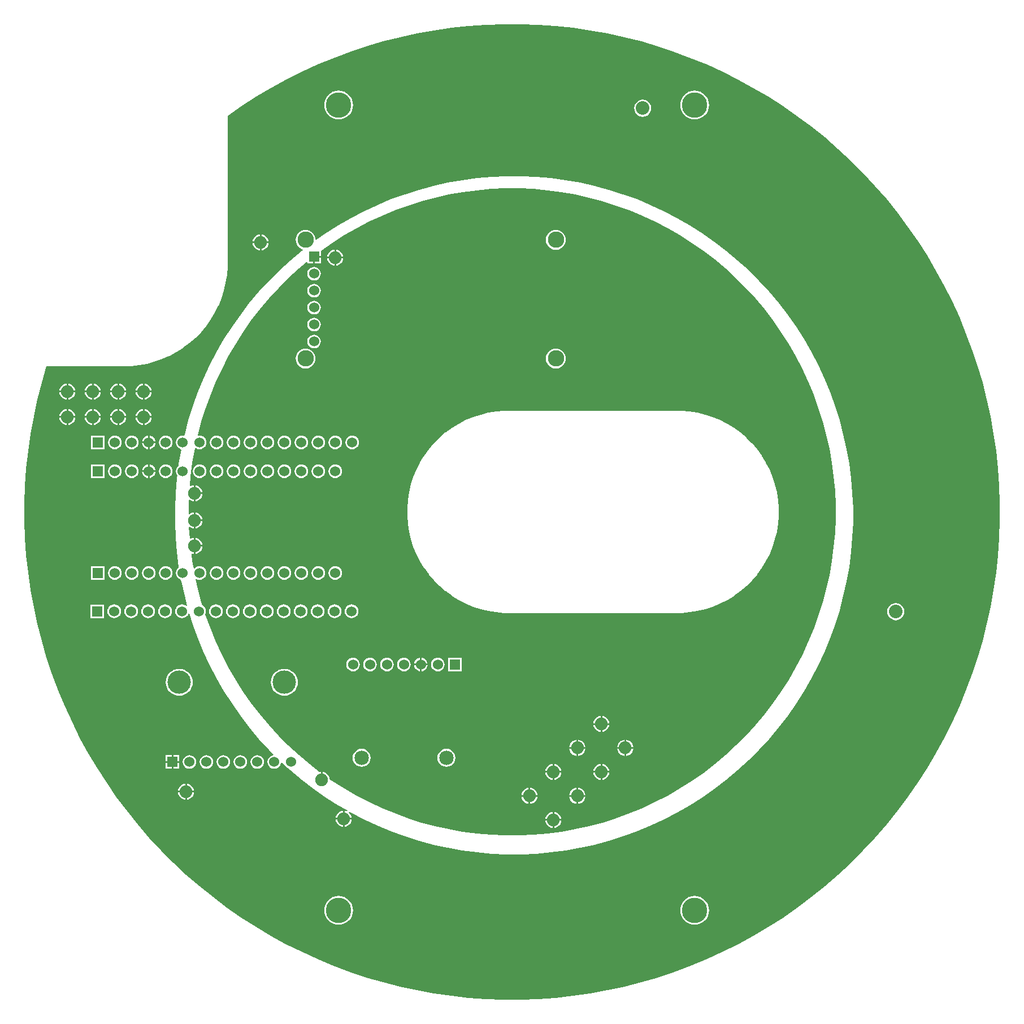
<source format=gbl>
G04*
G04 #@! TF.GenerationSoftware,Altium Limited,Altium Designer,20.1.14 (287)*
G04*
G04 Layer_Physical_Order=2*
G04 Layer_Color=16711680*
%FSLAX24Y24*%
%MOIN*%
G70*
G04*
G04 #@! TF.SameCoordinates,B8CB9E98-002D-4190-A2A2-B4F4F07DE0F0*
G04*
G04*
G04 #@! TF.FilePolarity,Positive*
G04*
G01*
G75*
%ADD10C,0.0100*%
%ADD32R,0.0600X0.0600*%
%ADD33C,0.0600*%
%ADD34R,0.0600X0.0600*%
%ADD35R,0.0602X0.0602*%
%ADD36C,0.0602*%
%ADD37C,0.0850*%
%ADD38C,0.0750*%
%ADD39C,0.0965*%
%ADD40C,0.1500*%
%ADD41C,0.0800*%
%ADD42C,0.1378*%
G36*
X31772Y58731D02*
X32797Y58658D01*
X33818Y58548D01*
X34834Y58402D01*
X35845Y58220D01*
X36849Y58001D01*
X37844Y57747D01*
X38830Y57458D01*
X39804Y57134D01*
X40767Y56775D01*
X41716Y56382D01*
X42650Y55955D01*
X43568Y55495D01*
X44470Y55003D01*
X45353Y54479D01*
X46217Y53924D01*
X47061Y53338D01*
X47883Y52722D01*
X48683Y52078D01*
X49459Y51405D01*
X50211Y50705D01*
X50937Y49979D01*
X51637Y49227D01*
X52310Y48451D01*
X52954Y47651D01*
X53570Y46829D01*
X54156Y45985D01*
X54711Y45121D01*
X55235Y44238D01*
X55727Y43336D01*
X56187Y42418D01*
X56614Y41483D01*
X57007Y40535D01*
X57366Y39572D01*
X57690Y38598D01*
X57979Y37612D01*
X58233Y36617D01*
X58452Y35613D01*
X58634Y34602D01*
X58780Y33586D01*
X58890Y32565D01*
X58963Y31540D01*
X59000Y30514D01*
Y30000D01*
Y29486D01*
X58963Y28460D01*
X58890Y27435D01*
X58780Y26414D01*
X58634Y25398D01*
X58452Y24387D01*
X58233Y23383D01*
X57979Y22388D01*
X57690Y21402D01*
X57366Y20428D01*
X57007Y19465D01*
X56614Y18516D01*
X56187Y17582D01*
X55727Y16664D01*
X55235Y15762D01*
X54711Y14879D01*
X54156Y14015D01*
X53570Y13171D01*
X52954Y12349D01*
X52310Y11549D01*
X51637Y10773D01*
X50937Y10021D01*
X50211Y9295D01*
X49459Y8595D01*
X48683Y7922D01*
X47883Y7278D01*
X47061Y6662D01*
X46217Y6076D01*
X45353Y5521D01*
X44470Y4997D01*
X43568Y4505D01*
X42650Y4045D01*
X41716Y3618D01*
X40767Y3225D01*
X39804Y2866D01*
X38830Y2542D01*
X37844Y2253D01*
X36849Y1999D01*
X35845Y1780D01*
X34834Y1598D01*
X33818Y1452D01*
X32797Y1342D01*
X31772Y1269D01*
X30746Y1232D01*
X30232D01*
X29718Y1232D01*
X28692Y1269D01*
X27667Y1342D01*
X26646Y1452D01*
X25630Y1598D01*
X24619Y1780D01*
X23615Y1999D01*
X22620Y2253D01*
X21634Y2542D01*
X20660Y2866D01*
X19697Y3225D01*
X18749Y3618D01*
X17814Y4045D01*
X16896Y4505D01*
X15994Y4997D01*
X15111Y5521D01*
X14247Y6076D01*
X13403Y6662D01*
X12581Y7278D01*
X11781Y7922D01*
X11005Y8595D01*
X10253Y9295D01*
X9527Y10021D01*
X8827Y10773D01*
X8154Y11549D01*
X7510Y12349D01*
X6894Y13171D01*
X6309Y14015D01*
X5753Y14879D01*
X5229Y15762D01*
X4737Y16664D01*
X4277Y17582D01*
X3850Y18516D01*
X3457Y19465D01*
X3098Y20428D01*
X2774Y21402D01*
X2485Y22388D01*
X2231Y23383D01*
X2012Y24387D01*
X1830Y25398D01*
X1684Y26414D01*
X1574Y27435D01*
X1501Y28460D01*
X1464Y29486D01*
Y30000D01*
Y30514D01*
X1501Y31540D01*
X1574Y32565D01*
X1684Y33586D01*
X1830Y34602D01*
X2012Y35613D01*
X2231Y36617D01*
X2485Y37612D01*
X2774Y38598D01*
X2774Y38598D01*
X7502D01*
X7506Y38599D01*
X7510Y38598D01*
X7513Y38598D01*
X7517Y38600D01*
X7521Y38599D01*
X7525Y38600D01*
X7526Y38600D01*
X7749Y38607D01*
X7753Y38607D01*
X7756Y38607D01*
X8216Y38655D01*
X8220Y38656D01*
X8224Y38656D01*
X8678Y38740D01*
X8682Y38741D01*
X8686Y38741D01*
X9133Y38860D01*
X9136Y38861D01*
X9140Y38862D01*
X9577Y39014D01*
X9580Y39016D01*
X9584Y39017D01*
X10007Y39202D01*
X10010Y39204D01*
X10014Y39205D01*
X10422Y39423D01*
X10425Y39425D01*
X10429Y39427D01*
X10819Y39674D01*
X10822Y39677D01*
X10825Y39679D01*
X11195Y39956D01*
X11198Y39959D01*
X11201Y39961D01*
X11548Y40266D01*
X11551Y40269D01*
X11554Y40271D01*
X11877Y40602D01*
X11879Y40605D01*
X11882Y40608D01*
X12179Y40962D01*
X12181Y40966D01*
X12184Y40968D01*
X12452Y41344D01*
X12454Y41348D01*
X12456Y41351D01*
X12695Y41747D01*
X12696Y41750D01*
X12699Y41754D01*
X12906Y42166D01*
X12907Y42170D01*
X12909Y42174D01*
X13084Y42601D01*
X13085Y42605D01*
X13087Y42609D01*
X13229Y43048D01*
X13229Y43052D01*
X13231Y43056D01*
X13338Y43505D01*
X13339Y43509D01*
X13340Y43513D01*
X13413Y43969D01*
X13412Y43973D01*
X13414Y43977D01*
X13451Y44438D01*
X13450Y44442D01*
X13451Y44446D01*
X13452Y44660D01*
X13453Y44661D01*
X13454Y44667D01*
X13454Y44673D01*
X13456Y44679D01*
X13457Y44685D01*
X13456Y44691D01*
X13458Y44697D01*
Y53376D01*
X14247Y53924D01*
X15111Y54479D01*
X15994Y55003D01*
X16896Y55495D01*
X17814Y55955D01*
X18749Y56382D01*
X19697Y56775D01*
X20660Y57134D01*
X21634Y57458D01*
X22620Y57747D01*
X23615Y58001D01*
X24619Y58220D01*
X25630Y58402D01*
X26646Y58548D01*
X27667Y58658D01*
X28692Y58731D01*
X29718Y58768D01*
X30746D01*
X31772Y58731D01*
D02*
G37*
%LPC*%
G36*
X37934Y54317D02*
X37804Y54300D01*
X37682Y54250D01*
X37578Y54170D01*
X37498Y54065D01*
X37447Y53944D01*
X37430Y53813D01*
X37447Y53683D01*
X37498Y53561D01*
X37578Y53457D01*
X37682Y53376D01*
X37804Y53326D01*
X37934Y53309D01*
X38065Y53326D01*
X38187Y53376D01*
X38291Y53457D01*
X38371Y53561D01*
X38422Y53683D01*
X38439Y53813D01*
X38422Y53944D01*
X38371Y54065D01*
X38291Y54170D01*
X38187Y54250D01*
X38065Y54300D01*
X37934Y54317D01*
D02*
G37*
G36*
X41000Y54854D02*
X40833Y54838D01*
X40673Y54789D01*
X40525Y54710D01*
X40396Y54604D01*
X40290Y54475D01*
X40211Y54327D01*
X40162Y54167D01*
X40146Y54000D01*
X40162Y53833D01*
X40211Y53673D01*
X40290Y53525D01*
X40396Y53396D01*
X40525Y53290D01*
X40673Y53211D01*
X40833Y53162D01*
X41000Y53146D01*
X41167Y53162D01*
X41327Y53211D01*
X41475Y53290D01*
X41604Y53396D01*
X41710Y53525D01*
X41789Y53673D01*
X41838Y53833D01*
X41854Y54000D01*
X41838Y54167D01*
X41789Y54327D01*
X41710Y54475D01*
X41604Y54604D01*
X41475Y54710D01*
X41327Y54789D01*
X41167Y54838D01*
X41000Y54854D01*
D02*
G37*
G36*
X20000D02*
X19833Y54838D01*
X19673Y54789D01*
X19525Y54710D01*
X19396Y54604D01*
X19290Y54475D01*
X19211Y54327D01*
X19162Y54167D01*
X19146Y54000D01*
X19162Y53833D01*
X19211Y53673D01*
X19290Y53525D01*
X19396Y53396D01*
X19525Y53290D01*
X19673Y53211D01*
X19833Y53162D01*
X20000Y53146D01*
X20167Y53162D01*
X20327Y53211D01*
X20475Y53290D01*
X20604Y53396D01*
X20710Y53525D01*
X20789Y53673D01*
X20838Y53833D01*
X20854Y54000D01*
X20838Y54167D01*
X20789Y54327D01*
X20710Y54475D01*
X20604Y54604D01*
X20475Y54710D01*
X20327Y54789D01*
X20167Y54838D01*
X20000Y54854D01*
D02*
G37*
G36*
X30779Y49799D02*
X29907D01*
X29035Y49761D01*
X28165Y49685D01*
X27300Y49571D01*
X26440Y49420D01*
X25588Y49231D01*
X24745Y49005D01*
X23913Y48742D01*
X23093Y48444D01*
X22286Y48110D01*
X21495Y47741D01*
X20721Y47338D01*
X19965Y46901D01*
X19229Y46433D01*
X18684Y46051D01*
X18633Y46076D01*
X18624Y46164D01*
X18591Y46274D01*
X18536Y46375D01*
X18464Y46464D01*
X18375Y46536D01*
X18274Y46591D01*
X18164Y46624D01*
X18050Y46635D01*
X17936Y46624D01*
X17826Y46591D01*
X17725Y46536D01*
X17636Y46464D01*
X17564Y46375D01*
X17509Y46274D01*
X17476Y46164D01*
X17465Y46050D01*
X17476Y45936D01*
X17509Y45826D01*
X17564Y45725D01*
X17636Y45636D01*
X17725Y45564D01*
X17826Y45509D01*
X17872Y45495D01*
X17881Y45446D01*
X17822Y45401D01*
X17153Y44840D01*
X16509Y44250D01*
X15892Y43633D01*
X15303Y42989D01*
X14742Y42321D01*
X14210Y41628D01*
X13710Y40913D01*
X13241Y40177D01*
X12804Y39421D01*
X12401Y38647D01*
X12032Y37856D01*
X11698Y37050D01*
X11400Y36229D01*
X11137Y35397D01*
X10912Y34554D01*
X10898Y34491D01*
X10800Y34503D01*
X10696Y34490D01*
X10598Y34449D01*
X10515Y34385D01*
X10451Y34302D01*
X10410Y34204D01*
X10397Y34100D01*
X10410Y33996D01*
X10451Y33898D01*
X10515Y33815D01*
X10598Y33751D01*
X10696Y33710D01*
X10715Y33657D01*
X10571Y32842D01*
X10555Y32717D01*
X10514Y32686D01*
X10450Y32602D01*
X10409Y32505D01*
X10395Y32400D01*
X10409Y32295D01*
X10450Y32198D01*
X10481Y32157D01*
X10457Y31977D01*
X10381Y31108D01*
X10343Y30236D01*
Y29799D01*
Y29363D01*
X10381Y28491D01*
X10457Y27621D01*
X10571Y26756D01*
X10575Y26733D01*
X10514Y26686D01*
X10450Y26602D01*
X10409Y26505D01*
X10395Y26400D01*
X10409Y26295D01*
X10450Y26198D01*
X10514Y26114D01*
X10598Y26050D01*
X10695Y26009D01*
X10703Y26008D01*
X10723Y25896D01*
X10912Y25044D01*
X11064Y24474D01*
X11020Y24445D01*
X10962Y24490D01*
X10865Y24530D01*
X10760Y24544D01*
X10656Y24530D01*
X10559Y24490D01*
X10475Y24426D01*
X10411Y24342D01*
X10371Y24245D01*
X10357Y24140D01*
X10371Y24036D01*
X10411Y23939D01*
X10475Y23855D01*
X10559Y23791D01*
X10656Y23751D01*
X10760Y23737D01*
X10865Y23751D01*
X10962Y23791D01*
X11046Y23855D01*
X11110Y23939D01*
X11143Y24018D01*
X11196Y24016D01*
X11400Y23369D01*
X11698Y22549D01*
X12032Y21742D01*
X12401Y20951D01*
X12804Y20177D01*
X13241Y19421D01*
X13710Y18685D01*
X14210Y17970D01*
X14742Y17278D01*
X15303Y16609D01*
X15892Y15966D01*
X16159Y15699D01*
X16141Y15646D01*
X16096Y15640D01*
X15998Y15599D01*
X15915Y15535D01*
X15851Y15452D01*
X15810Y15354D01*
X15797Y15250D01*
X15810Y15146D01*
X15851Y15048D01*
X15915Y14965D01*
X15998Y14901D01*
X16096Y14860D01*
X16200Y14847D01*
X16304Y14860D01*
X16402Y14901D01*
X16485Y14965D01*
X16549Y15048D01*
X16590Y15146D01*
X16597Y15201D01*
X16650Y15220D01*
X16883Y15007D01*
X16915Y14965D01*
X16998Y14901D01*
X17153Y14759D01*
X17822Y14198D01*
X18514Y13666D01*
X19229Y13166D01*
X19965Y12697D01*
X20516Y12379D01*
X20494Y12334D01*
X20424Y12363D01*
X20350Y12373D01*
Y11950D01*
X20773D01*
X20763Y12024D01*
X20715Y12140D01*
X20639Y12239D01*
X20579Y12285D01*
X20607Y12327D01*
X20721Y12260D01*
X21495Y11857D01*
X22286Y11489D01*
X23093Y11155D01*
X23913Y10856D01*
X24745Y10594D01*
X25588Y10368D01*
X26440Y10179D01*
X27300Y10027D01*
X28165Y9913D01*
X29035Y9837D01*
X29907Y9799D01*
X30779D01*
X31651Y9837D01*
X32521Y9913D01*
X33386Y10027D01*
X34246Y10179D01*
X35098Y10368D01*
X35941Y10594D01*
X36773Y10856D01*
X37594Y11155D01*
X38400Y11489D01*
X39191Y11857D01*
X39965Y12260D01*
X40721Y12697D01*
X41457Y13166D01*
X42172Y13666D01*
X42864Y14198D01*
X43533Y14759D01*
X44177Y15348D01*
X44794Y15966D01*
X45383Y16609D01*
X45944Y17278D01*
X46476Y17970D01*
X46976Y18685D01*
X47445Y19421D01*
X47882Y20177D01*
X48285Y20951D01*
X48654Y21742D01*
X48988Y22549D01*
X49286Y23369D01*
X49549Y24201D01*
X49775Y25044D01*
X49963Y25896D01*
X50115Y26756D01*
X50229Y27621D01*
X50305Y28491D01*
X50343Y29363D01*
Y29799D01*
Y30236D01*
X50305Y31108D01*
X50229Y31977D01*
X50115Y32842D01*
X49963Y33702D01*
X49775Y34554D01*
X49549Y35397D01*
X49286Y36229D01*
X48988Y37050D01*
X48654Y37856D01*
X48285Y38647D01*
X47882Y39421D01*
X47445Y40177D01*
X46976Y40913D01*
X46476Y41628D01*
X45944Y42321D01*
X45383Y42989D01*
X44794Y43633D01*
X44177Y44250D01*
X43533Y44840D01*
X42864Y45401D01*
X42172Y45932D01*
X41457Y46433D01*
X40721Y46901D01*
X39965Y47338D01*
X39191Y47741D01*
X38400Y48110D01*
X37594Y48444D01*
X36773Y48742D01*
X35941Y49005D01*
X35098Y49231D01*
X34246Y49420D01*
X33386Y49571D01*
X32521Y49685D01*
X31651Y49761D01*
X30779Y49799D01*
D02*
G37*
G36*
X15450Y46373D02*
Y45950D01*
X15873D01*
X15863Y46024D01*
X15815Y46140D01*
X15739Y46239D01*
X15640Y46315D01*
X15524Y46363D01*
X15450Y46373D01*
D02*
G37*
G36*
X15350D02*
X15276Y46363D01*
X15160Y46315D01*
X15061Y46239D01*
X14985Y46140D01*
X14937Y46024D01*
X14927Y45950D01*
X15350D01*
Y46373D01*
D02*
G37*
G36*
X15873Y45850D02*
X15450D01*
Y45427D01*
X15524Y45437D01*
X15640Y45485D01*
X15739Y45561D01*
X15815Y45660D01*
X15863Y45776D01*
X15873Y45850D01*
D02*
G37*
G36*
X15350D02*
X14927D01*
X14937Y45776D01*
X14985Y45660D01*
X15061Y45561D01*
X15160Y45485D01*
X15276Y45437D01*
X15350Y45427D01*
Y45850D01*
D02*
G37*
G36*
X8550Y37573D02*
Y37150D01*
X8973D01*
X8963Y37224D01*
X8915Y37340D01*
X8839Y37439D01*
X8740Y37515D01*
X8624Y37563D01*
X8550Y37573D01*
D02*
G37*
G36*
X8450D02*
X8376Y37563D01*
X8260Y37515D01*
X8161Y37439D01*
X8085Y37340D01*
X8037Y37224D01*
X8027Y37150D01*
X8450D01*
Y37573D01*
D02*
G37*
G36*
X7050D02*
Y37150D01*
X7473D01*
X7463Y37224D01*
X7415Y37340D01*
X7339Y37439D01*
X7240Y37515D01*
X7124Y37563D01*
X7050Y37573D01*
D02*
G37*
G36*
X6950D02*
X6876Y37563D01*
X6760Y37515D01*
X6661Y37439D01*
X6585Y37340D01*
X6537Y37224D01*
X6527Y37150D01*
X6950D01*
Y37573D01*
D02*
G37*
G36*
X5550D02*
Y37150D01*
X5973D01*
X5963Y37224D01*
X5915Y37340D01*
X5839Y37439D01*
X5740Y37515D01*
X5624Y37563D01*
X5550Y37573D01*
D02*
G37*
G36*
X5450D02*
X5376Y37563D01*
X5260Y37515D01*
X5161Y37439D01*
X5085Y37340D01*
X5037Y37224D01*
X5027Y37150D01*
X5450D01*
Y37573D01*
D02*
G37*
G36*
X4050D02*
Y37150D01*
X4473D01*
X4463Y37224D01*
X4415Y37340D01*
X4339Y37439D01*
X4240Y37515D01*
X4124Y37563D01*
X4050Y37573D01*
D02*
G37*
G36*
X3950D02*
X3876Y37563D01*
X3760Y37515D01*
X3661Y37439D01*
X3585Y37340D01*
X3537Y37224D01*
X3527Y37150D01*
X3950D01*
Y37573D01*
D02*
G37*
G36*
X8973Y37050D02*
X8550D01*
Y36627D01*
X8624Y36637D01*
X8740Y36685D01*
X8839Y36761D01*
X8915Y36860D01*
X8963Y36976D01*
X8973Y37050D01*
D02*
G37*
G36*
X8450D02*
X8027D01*
X8037Y36976D01*
X8085Y36860D01*
X8161Y36761D01*
X8260Y36685D01*
X8376Y36637D01*
X8450Y36627D01*
Y37050D01*
D02*
G37*
G36*
X7473D02*
X7050D01*
Y36627D01*
X7124Y36637D01*
X7240Y36685D01*
X7339Y36761D01*
X7415Y36860D01*
X7463Y36976D01*
X7473Y37050D01*
D02*
G37*
G36*
X6950D02*
X6527D01*
X6537Y36976D01*
X6585Y36860D01*
X6661Y36761D01*
X6760Y36685D01*
X6876Y36637D01*
X6950Y36627D01*
Y37050D01*
D02*
G37*
G36*
X5973D02*
X5550D01*
Y36627D01*
X5624Y36637D01*
X5740Y36685D01*
X5839Y36761D01*
X5915Y36860D01*
X5963Y36976D01*
X5973Y37050D01*
D02*
G37*
G36*
X5450D02*
X5027D01*
X5037Y36976D01*
X5085Y36860D01*
X5161Y36761D01*
X5260Y36685D01*
X5376Y36637D01*
X5450Y36627D01*
Y37050D01*
D02*
G37*
G36*
X4473D02*
X4050D01*
Y36627D01*
X4124Y36637D01*
X4240Y36685D01*
X4339Y36761D01*
X4415Y36860D01*
X4463Y36976D01*
X4473Y37050D01*
D02*
G37*
G36*
X3950D02*
X3527D01*
X3537Y36976D01*
X3585Y36860D01*
X3661Y36761D01*
X3760Y36685D01*
X3876Y36637D01*
X3950Y36627D01*
Y37050D01*
D02*
G37*
G36*
X8550Y36073D02*
Y35650D01*
X8973D01*
X8963Y35724D01*
X8915Y35840D01*
X8839Y35939D01*
X8740Y36015D01*
X8624Y36063D01*
X8550Y36073D01*
D02*
G37*
G36*
X8450D02*
X8376Y36063D01*
X8260Y36015D01*
X8161Y35939D01*
X8085Y35840D01*
X8037Y35724D01*
X8027Y35650D01*
X8450D01*
Y36073D01*
D02*
G37*
G36*
X7050D02*
Y35650D01*
X7473D01*
X7463Y35724D01*
X7415Y35840D01*
X7339Y35939D01*
X7240Y36015D01*
X7124Y36063D01*
X7050Y36073D01*
D02*
G37*
G36*
X6950D02*
X6876Y36063D01*
X6760Y36015D01*
X6661Y35939D01*
X6585Y35840D01*
X6537Y35724D01*
X6527Y35650D01*
X6950D01*
Y36073D01*
D02*
G37*
G36*
X5550D02*
Y35650D01*
X5973D01*
X5963Y35724D01*
X5915Y35840D01*
X5839Y35939D01*
X5740Y36015D01*
X5624Y36063D01*
X5550Y36073D01*
D02*
G37*
G36*
X5450D02*
X5376Y36063D01*
X5260Y36015D01*
X5161Y35939D01*
X5085Y35840D01*
X5037Y35724D01*
X5027Y35650D01*
X5450D01*
Y36073D01*
D02*
G37*
G36*
X4050D02*
Y35650D01*
X4473D01*
X4463Y35724D01*
X4415Y35840D01*
X4339Y35939D01*
X4240Y36015D01*
X4124Y36063D01*
X4050Y36073D01*
D02*
G37*
G36*
X3950D02*
X3876Y36063D01*
X3760Y36015D01*
X3661Y35939D01*
X3585Y35840D01*
X3537Y35724D01*
X3527Y35650D01*
X3950D01*
Y36073D01*
D02*
G37*
G36*
X8973Y35550D02*
X8550D01*
Y35127D01*
X8624Y35137D01*
X8740Y35185D01*
X8839Y35261D01*
X8915Y35360D01*
X8963Y35476D01*
X8973Y35550D01*
D02*
G37*
G36*
X8450D02*
X8027D01*
X8037Y35476D01*
X8085Y35360D01*
X8161Y35261D01*
X8260Y35185D01*
X8376Y35137D01*
X8450Y35127D01*
Y35550D01*
D02*
G37*
G36*
X7473D02*
X7050D01*
Y35127D01*
X7124Y35137D01*
X7240Y35185D01*
X7339Y35261D01*
X7415Y35360D01*
X7463Y35476D01*
X7473Y35550D01*
D02*
G37*
G36*
X6950D02*
X6527D01*
X6537Y35476D01*
X6585Y35360D01*
X6661Y35261D01*
X6760Y35185D01*
X6876Y35137D01*
X6950Y35127D01*
Y35550D01*
D02*
G37*
G36*
X5973D02*
X5550D01*
Y35127D01*
X5624Y35137D01*
X5740Y35185D01*
X5839Y35261D01*
X5915Y35360D01*
X5963Y35476D01*
X5973Y35550D01*
D02*
G37*
G36*
X5450D02*
X5027D01*
X5037Y35476D01*
X5085Y35360D01*
X5161Y35261D01*
X5260Y35185D01*
X5376Y35137D01*
X5450Y35127D01*
Y35550D01*
D02*
G37*
G36*
X4473D02*
X4050D01*
Y35127D01*
X4124Y35137D01*
X4240Y35185D01*
X4339Y35261D01*
X4415Y35360D01*
X4463Y35476D01*
X4473Y35550D01*
D02*
G37*
G36*
X3950D02*
X3527D01*
X3537Y35476D01*
X3585Y35360D01*
X3661Y35261D01*
X3760Y35185D01*
X3876Y35137D01*
X3950Y35127D01*
Y35550D01*
D02*
G37*
G36*
X8850Y34497D02*
Y34150D01*
X9197D01*
X9190Y34204D01*
X9149Y34302D01*
X9085Y34385D01*
X9002Y34449D01*
X8904Y34490D01*
X8850Y34497D01*
D02*
G37*
G36*
X8750D02*
X8696Y34490D01*
X8598Y34449D01*
X8515Y34385D01*
X8451Y34302D01*
X8410Y34204D01*
X8403Y34150D01*
X8750D01*
Y34497D01*
D02*
G37*
G36*
X9197Y34050D02*
X8850D01*
Y33703D01*
X8904Y33710D01*
X9002Y33751D01*
X9085Y33815D01*
X9149Y33898D01*
X9190Y33996D01*
X9197Y34050D01*
D02*
G37*
G36*
X8750D02*
X8403D01*
X8410Y33996D01*
X8451Y33898D01*
X8515Y33815D01*
X8598Y33751D01*
X8696Y33710D01*
X8750Y33703D01*
Y34050D01*
D02*
G37*
G36*
X6200Y34500D02*
X5400D01*
Y33700D01*
X6200D01*
Y34500D01*
D02*
G37*
G36*
X9800Y34503D02*
X9696Y34490D01*
X9598Y34449D01*
X9515Y34385D01*
X9451Y34302D01*
X9410Y34204D01*
X9397Y34100D01*
X9410Y33996D01*
X9451Y33898D01*
X9515Y33815D01*
X9598Y33751D01*
X9696Y33710D01*
X9800Y33697D01*
X9904Y33710D01*
X10002Y33751D01*
X10085Y33815D01*
X10149Y33898D01*
X10190Y33996D01*
X10203Y34100D01*
X10190Y34204D01*
X10149Y34302D01*
X10085Y34385D01*
X10002Y34449D01*
X9904Y34490D01*
X9800Y34503D01*
D02*
G37*
G36*
X7800D02*
X7696Y34490D01*
X7598Y34449D01*
X7515Y34385D01*
X7451Y34302D01*
X7410Y34204D01*
X7397Y34100D01*
X7410Y33996D01*
X7451Y33898D01*
X7515Y33815D01*
X7598Y33751D01*
X7696Y33710D01*
X7800Y33697D01*
X7904Y33710D01*
X8002Y33751D01*
X8085Y33815D01*
X8149Y33898D01*
X8190Y33996D01*
X8203Y34100D01*
X8190Y34204D01*
X8149Y34302D01*
X8085Y34385D01*
X8002Y34449D01*
X7904Y34490D01*
X7800Y34503D01*
D02*
G37*
G36*
X6800D02*
X6696Y34490D01*
X6598Y34449D01*
X6515Y34385D01*
X6451Y34302D01*
X6410Y34204D01*
X6397Y34100D01*
X6410Y33996D01*
X6451Y33898D01*
X6515Y33815D01*
X6598Y33751D01*
X6696Y33710D01*
X6800Y33697D01*
X6904Y33710D01*
X7002Y33751D01*
X7085Y33815D01*
X7149Y33898D01*
X7190Y33996D01*
X7203Y34100D01*
X7190Y34204D01*
X7149Y34302D01*
X7085Y34385D01*
X7002Y34449D01*
X6904Y34490D01*
X6800Y34503D01*
D02*
G37*
G36*
X8850Y32798D02*
Y32450D01*
X9198D01*
X9191Y32505D01*
X9150Y32602D01*
X9086Y32686D01*
X9002Y32750D01*
X8905Y32791D01*
X8850Y32798D01*
D02*
G37*
G36*
X8750D02*
X8695Y32791D01*
X8598Y32750D01*
X8514Y32686D01*
X8450Y32602D01*
X8409Y32505D01*
X8402Y32450D01*
X8750D01*
Y32798D01*
D02*
G37*
G36*
X9198Y32350D02*
X8850D01*
Y32002D01*
X8905Y32009D01*
X9002Y32050D01*
X9086Y32114D01*
X9150Y32198D01*
X9191Y32295D01*
X9198Y32350D01*
D02*
G37*
G36*
X8750D02*
X8402D01*
X8409Y32295D01*
X8450Y32198D01*
X8514Y32114D01*
X8598Y32050D01*
X8695Y32009D01*
X8750Y32002D01*
Y32350D01*
D02*
G37*
G36*
X6201Y32801D02*
X5399D01*
Y31999D01*
X6201D01*
Y32801D01*
D02*
G37*
G36*
X9800Y32805D02*
X9695Y32791D01*
X9598Y32750D01*
X9514Y32686D01*
X9450Y32602D01*
X9409Y32505D01*
X9395Y32400D01*
X9409Y32295D01*
X9450Y32198D01*
X9514Y32114D01*
X9598Y32050D01*
X9695Y32009D01*
X9800Y31995D01*
X9905Y32009D01*
X10002Y32050D01*
X10086Y32114D01*
X10150Y32198D01*
X10191Y32295D01*
X10205Y32400D01*
X10191Y32505D01*
X10150Y32602D01*
X10086Y32686D01*
X10002Y32750D01*
X9905Y32791D01*
X9800Y32805D01*
D02*
G37*
G36*
X7800D02*
X7695Y32791D01*
X7598Y32750D01*
X7514Y32686D01*
X7450Y32602D01*
X7409Y32505D01*
X7395Y32400D01*
X7409Y32295D01*
X7450Y32198D01*
X7514Y32114D01*
X7598Y32050D01*
X7695Y32009D01*
X7800Y31995D01*
X7905Y32009D01*
X8002Y32050D01*
X8086Y32114D01*
X8150Y32198D01*
X8191Y32295D01*
X8205Y32400D01*
X8191Y32505D01*
X8150Y32602D01*
X8086Y32686D01*
X8002Y32750D01*
X7905Y32791D01*
X7800Y32805D01*
D02*
G37*
G36*
X6800D02*
X6695Y32791D01*
X6598Y32750D01*
X6514Y32686D01*
X6450Y32602D01*
X6409Y32505D01*
X6395Y32400D01*
X6409Y32295D01*
X6450Y32198D01*
X6514Y32114D01*
X6598Y32050D01*
X6695Y32009D01*
X6800Y31995D01*
X6905Y32009D01*
X7002Y32050D01*
X7086Y32114D01*
X7150Y32198D01*
X7191Y32295D01*
X7205Y32400D01*
X7191Y32505D01*
X7150Y32602D01*
X7086Y32686D01*
X7002Y32750D01*
X6905Y32791D01*
X6800Y32805D01*
D02*
G37*
G36*
X6201Y26801D02*
X5399D01*
Y25999D01*
X6201D01*
Y26801D01*
D02*
G37*
G36*
X9800Y26805D02*
X9695Y26791D01*
X9598Y26750D01*
X9514Y26686D01*
X9450Y26602D01*
X9409Y26505D01*
X9395Y26400D01*
X9409Y26295D01*
X9450Y26198D01*
X9514Y26114D01*
X9598Y26050D01*
X9695Y26009D01*
X9800Y25995D01*
X9905Y26009D01*
X10002Y26050D01*
X10086Y26114D01*
X10150Y26198D01*
X10191Y26295D01*
X10205Y26400D01*
X10191Y26505D01*
X10150Y26602D01*
X10086Y26686D01*
X10002Y26750D01*
X9905Y26791D01*
X9800Y26805D01*
D02*
G37*
G36*
X8800D02*
X8695Y26791D01*
X8598Y26750D01*
X8514Y26686D01*
X8450Y26602D01*
X8409Y26505D01*
X8395Y26400D01*
X8409Y26295D01*
X8450Y26198D01*
X8514Y26114D01*
X8598Y26050D01*
X8695Y26009D01*
X8800Y25995D01*
X8905Y26009D01*
X9002Y26050D01*
X9086Y26114D01*
X9150Y26198D01*
X9191Y26295D01*
X9205Y26400D01*
X9191Y26505D01*
X9150Y26602D01*
X9086Y26686D01*
X9002Y26750D01*
X8905Y26791D01*
X8800Y26805D01*
D02*
G37*
G36*
X7800D02*
X7695Y26791D01*
X7598Y26750D01*
X7514Y26686D01*
X7450Y26602D01*
X7409Y26505D01*
X7395Y26400D01*
X7409Y26295D01*
X7450Y26198D01*
X7514Y26114D01*
X7598Y26050D01*
X7695Y26009D01*
X7800Y25995D01*
X7905Y26009D01*
X8002Y26050D01*
X8086Y26114D01*
X8150Y26198D01*
X8191Y26295D01*
X8205Y26400D01*
X8191Y26505D01*
X8150Y26602D01*
X8086Y26686D01*
X8002Y26750D01*
X7905Y26791D01*
X7800Y26805D01*
D02*
G37*
G36*
X6800D02*
X6695Y26791D01*
X6598Y26750D01*
X6514Y26686D01*
X6450Y26602D01*
X6409Y26505D01*
X6395Y26400D01*
X6409Y26295D01*
X6450Y26198D01*
X6514Y26114D01*
X6598Y26050D01*
X6695Y26009D01*
X6800Y25995D01*
X6905Y26009D01*
X7002Y26050D01*
X7086Y26114D01*
X7150Y26198D01*
X7191Y26295D01*
X7205Y26400D01*
X7191Y26505D01*
X7150Y26602D01*
X7086Y26686D01*
X7002Y26750D01*
X6905Y26791D01*
X6800Y26805D01*
D02*
G37*
G36*
X6160Y24540D02*
X5360D01*
Y23740D01*
X6160D01*
Y24540D01*
D02*
G37*
G36*
X9760Y24544D02*
X9656Y24530D01*
X9559Y24490D01*
X9475Y24426D01*
X9411Y24342D01*
X9371Y24245D01*
X9357Y24140D01*
X9371Y24036D01*
X9411Y23939D01*
X9475Y23855D01*
X9559Y23791D01*
X9656Y23751D01*
X9760Y23737D01*
X9865Y23751D01*
X9962Y23791D01*
X10046Y23855D01*
X10110Y23939D01*
X10150Y24036D01*
X10164Y24140D01*
X10150Y24245D01*
X10110Y24342D01*
X10046Y24426D01*
X9962Y24490D01*
X9865Y24530D01*
X9760Y24544D01*
D02*
G37*
G36*
X8760D02*
X8656Y24530D01*
X8558Y24490D01*
X8475Y24426D01*
X8411Y24342D01*
X8371Y24245D01*
X8357Y24140D01*
X8371Y24036D01*
X8411Y23939D01*
X8475Y23855D01*
X8558Y23791D01*
X8656Y23751D01*
X8760Y23737D01*
X8865Y23751D01*
X8962Y23791D01*
X9046Y23855D01*
X9110Y23939D01*
X9150Y24036D01*
X9164Y24140D01*
X9150Y24245D01*
X9110Y24342D01*
X9046Y24426D01*
X8962Y24490D01*
X8865Y24530D01*
X8760Y24544D01*
D02*
G37*
G36*
X7760D02*
X7656Y24530D01*
X7559Y24490D01*
X7475Y24426D01*
X7411Y24342D01*
X7371Y24245D01*
X7357Y24140D01*
X7371Y24036D01*
X7411Y23939D01*
X7475Y23855D01*
X7559Y23791D01*
X7656Y23751D01*
X7760Y23737D01*
X7865Y23751D01*
X7962Y23791D01*
X8046Y23855D01*
X8110Y23939D01*
X8150Y24036D01*
X8164Y24140D01*
X8150Y24245D01*
X8110Y24342D01*
X8046Y24426D01*
X7962Y24490D01*
X7865Y24530D01*
X7760Y24544D01*
D02*
G37*
G36*
X6760D02*
X6656Y24530D01*
X6558Y24490D01*
X6475Y24426D01*
X6411Y24342D01*
X6371Y24245D01*
X6357Y24140D01*
X6371Y24036D01*
X6411Y23939D01*
X6475Y23855D01*
X6558Y23791D01*
X6656Y23751D01*
X6760Y23737D01*
X6865Y23751D01*
X6962Y23791D01*
X7046Y23855D01*
X7110Y23939D01*
X7150Y24036D01*
X7164Y24140D01*
X7150Y24245D01*
X7110Y24342D01*
X7046Y24426D01*
X6962Y24490D01*
X6865Y24530D01*
X6760Y24544D01*
D02*
G37*
G36*
X52862Y24618D02*
X52731Y24601D01*
X52609Y24551D01*
X52505Y24470D01*
X52425Y24366D01*
X52374Y24244D01*
X52357Y24114D01*
X52374Y23983D01*
X52425Y23862D01*
X52505Y23757D01*
X52609Y23677D01*
X52731Y23627D01*
X52862Y23610D01*
X52992Y23627D01*
X53114Y23677D01*
X53218Y23757D01*
X53298Y23862D01*
X53349Y23983D01*
X53366Y24114D01*
X53349Y24244D01*
X53298Y24366D01*
X53218Y24470D01*
X53114Y24551D01*
X52992Y24601D01*
X52862Y24618D01*
D02*
G37*
G36*
X10600Y20743D02*
X10445Y20728D01*
X10297Y20682D01*
X10160Y20609D01*
X10039Y20511D01*
X9941Y20390D01*
X9868Y20253D01*
X9822Y20105D01*
X9807Y19950D01*
X9822Y19795D01*
X9868Y19647D01*
X9941Y19510D01*
X10039Y19389D01*
X10160Y19291D01*
X10297Y19218D01*
X10445Y19172D01*
X10600Y19157D01*
X10755Y19172D01*
X10903Y19218D01*
X11040Y19291D01*
X11161Y19389D01*
X11259Y19510D01*
X11332Y19647D01*
X11378Y19795D01*
X11393Y19950D01*
X11378Y20105D01*
X11332Y20253D01*
X11259Y20390D01*
X11161Y20511D01*
X11040Y20609D01*
X10903Y20682D01*
X10755Y20728D01*
X10600Y20743D01*
D02*
G37*
G36*
Y15650D02*
X10250D01*
Y15300D01*
X10600D01*
Y15650D01*
D02*
G37*
G36*
X10150D02*
X9800D01*
Y15300D01*
X10150D01*
Y15650D01*
D02*
G37*
G36*
X10600Y15200D02*
X10250D01*
Y14850D01*
X10600D01*
Y15200D01*
D02*
G37*
G36*
X10150D02*
X9800D01*
Y14850D01*
X10150D01*
Y15200D01*
D02*
G37*
G36*
X15200Y15653D02*
X15096Y15640D01*
X14998Y15599D01*
X14915Y15535D01*
X14851Y15452D01*
X14810Y15354D01*
X14797Y15250D01*
X14810Y15146D01*
X14851Y15048D01*
X14915Y14965D01*
X14998Y14901D01*
X15096Y14860D01*
X15200Y14847D01*
X15304Y14860D01*
X15402Y14901D01*
X15485Y14965D01*
X15549Y15048D01*
X15590Y15146D01*
X15603Y15250D01*
X15590Y15354D01*
X15549Y15452D01*
X15485Y15535D01*
X15402Y15599D01*
X15304Y15640D01*
X15200Y15653D01*
D02*
G37*
G36*
X14200D02*
X14096Y15640D01*
X13998Y15599D01*
X13915Y15535D01*
X13851Y15452D01*
X13810Y15354D01*
X13797Y15250D01*
X13810Y15146D01*
X13851Y15048D01*
X13915Y14965D01*
X13998Y14901D01*
X14096Y14860D01*
X14200Y14847D01*
X14304Y14860D01*
X14402Y14901D01*
X14485Y14965D01*
X14549Y15048D01*
X14590Y15146D01*
X14603Y15250D01*
X14590Y15354D01*
X14549Y15452D01*
X14485Y15535D01*
X14402Y15599D01*
X14304Y15640D01*
X14200Y15653D01*
D02*
G37*
G36*
X13200D02*
X13096Y15640D01*
X12998Y15599D01*
X12915Y15535D01*
X12851Y15452D01*
X12810Y15354D01*
X12797Y15250D01*
X12810Y15146D01*
X12851Y15048D01*
X12915Y14965D01*
X12998Y14901D01*
X13096Y14860D01*
X13200Y14847D01*
X13304Y14860D01*
X13402Y14901D01*
X13485Y14965D01*
X13549Y15048D01*
X13590Y15146D01*
X13603Y15250D01*
X13590Y15354D01*
X13549Y15452D01*
X13485Y15535D01*
X13402Y15599D01*
X13304Y15640D01*
X13200Y15653D01*
D02*
G37*
G36*
X12200D02*
X12096Y15640D01*
X11998Y15599D01*
X11915Y15535D01*
X11851Y15452D01*
X11810Y15354D01*
X11797Y15250D01*
X11810Y15146D01*
X11851Y15048D01*
X11915Y14965D01*
X11998Y14901D01*
X12096Y14860D01*
X12200Y14847D01*
X12304Y14860D01*
X12402Y14901D01*
X12485Y14965D01*
X12549Y15048D01*
X12590Y15146D01*
X12603Y15250D01*
X12590Y15354D01*
X12549Y15452D01*
X12485Y15535D01*
X12402Y15599D01*
X12304Y15640D01*
X12200Y15653D01*
D02*
G37*
G36*
X11200D02*
X11096Y15640D01*
X10998Y15599D01*
X10915Y15535D01*
X10851Y15452D01*
X10810Y15354D01*
X10797Y15250D01*
X10810Y15146D01*
X10851Y15048D01*
X10915Y14965D01*
X10998Y14901D01*
X11096Y14860D01*
X11200Y14847D01*
X11304Y14860D01*
X11402Y14901D01*
X11485Y14965D01*
X11549Y15048D01*
X11590Y15146D01*
X11603Y15250D01*
X11590Y15354D01*
X11549Y15452D01*
X11485Y15535D01*
X11402Y15599D01*
X11304Y15640D01*
X11200Y15653D01*
D02*
G37*
G36*
X11050Y13973D02*
Y13550D01*
X11473D01*
X11463Y13624D01*
X11415Y13740D01*
X11339Y13839D01*
X11240Y13915D01*
X11124Y13963D01*
X11050Y13973D01*
D02*
G37*
G36*
X10950D02*
X10876Y13963D01*
X10760Y13915D01*
X10661Y13839D01*
X10585Y13740D01*
X10537Y13624D01*
X10527Y13550D01*
X10950D01*
Y13973D01*
D02*
G37*
G36*
X11473Y13450D02*
X11050D01*
Y13027D01*
X11124Y13037D01*
X11240Y13085D01*
X11339Y13161D01*
X11415Y13260D01*
X11463Y13376D01*
X11473Y13450D01*
D02*
G37*
G36*
X10950D02*
X10527D01*
X10537Y13376D01*
X10585Y13260D01*
X10661Y13161D01*
X10760Y13085D01*
X10876Y13037D01*
X10950Y13027D01*
Y13450D01*
D02*
G37*
G36*
X20250Y12373D02*
X20176Y12363D01*
X20060Y12315D01*
X19961Y12239D01*
X19885Y12140D01*
X19837Y12024D01*
X19827Y11950D01*
X20250D01*
Y12373D01*
D02*
G37*
G36*
X20773Y11850D02*
X20350D01*
Y11427D01*
X20424Y11437D01*
X20540Y11485D01*
X20639Y11561D01*
X20715Y11660D01*
X20763Y11776D01*
X20773Y11850D01*
D02*
G37*
G36*
X20250D02*
X19827D01*
X19837Y11776D01*
X19885Y11660D01*
X19961Y11561D01*
X20060Y11485D01*
X20176Y11437D01*
X20250Y11427D01*
Y11850D01*
D02*
G37*
G36*
X41000Y7354D02*
X40833Y7338D01*
X40673Y7289D01*
X40525Y7210D01*
X40396Y7104D01*
X40290Y6975D01*
X40211Y6827D01*
X40162Y6667D01*
X40146Y6500D01*
X40162Y6333D01*
X40211Y6173D01*
X40290Y6025D01*
X40396Y5896D01*
X40525Y5790D01*
X40673Y5711D01*
X40833Y5662D01*
X41000Y5646D01*
X41167Y5662D01*
X41327Y5711D01*
X41475Y5790D01*
X41604Y5896D01*
X41710Y6025D01*
X41789Y6173D01*
X41838Y6333D01*
X41854Y6500D01*
X41838Y6667D01*
X41789Y6827D01*
X41710Y6975D01*
X41604Y7104D01*
X41475Y7210D01*
X41327Y7289D01*
X41167Y7338D01*
X41000Y7354D01*
D02*
G37*
G36*
X20000D02*
X19833Y7338D01*
X19673Y7289D01*
X19525Y7210D01*
X19396Y7104D01*
X19290Y6975D01*
X19211Y6827D01*
X19162Y6667D01*
X19146Y6500D01*
X19162Y6333D01*
X19211Y6173D01*
X19290Y6025D01*
X19396Y5896D01*
X19525Y5790D01*
X19673Y5711D01*
X19833Y5662D01*
X20000Y5646D01*
X20167Y5662D01*
X20327Y5711D01*
X20475Y5790D01*
X20604Y5896D01*
X20710Y6025D01*
X20789Y6173D01*
X20838Y6333D01*
X20854Y6500D01*
X20838Y6667D01*
X20789Y6827D01*
X20710Y6975D01*
X20604Y7104D01*
X20475Y7210D01*
X20327Y7289D01*
X20167Y7338D01*
X20000Y7354D01*
D02*
G37*
%LPD*%
G36*
X31480Y49046D02*
X32310Y48973D01*
X33136Y48864D01*
X33956Y48720D01*
X34769Y48540D01*
X35573Y48324D01*
X36367Y48074D01*
X37150Y47789D01*
X37919Y47470D01*
X38674Y47118D01*
X39412Y46734D01*
X40134Y46317D01*
X40836Y45870D01*
X41518Y45392D01*
X42179Y44885D01*
X42817Y44350D01*
X43431Y43787D01*
X44020Y43199D01*
X44582Y42585D01*
X45117Y41947D01*
X45624Y41286D01*
X46102Y40604D01*
X46549Y39902D01*
X46966Y39180D01*
X47350Y38442D01*
X47702Y37687D01*
X48021Y36918D01*
X48306Y36135D01*
X48556Y35341D01*
X48772Y34537D01*
X48952Y33724D01*
X49097Y32904D01*
X49205Y32078D01*
X49278Y31248D01*
X49314Y30416D01*
Y30000D01*
Y29584D01*
X49278Y28752D01*
X49205Y27922D01*
X49097Y27096D01*
X48952Y26276D01*
X48772Y25463D01*
X48556Y24659D01*
X48306Y23865D01*
X48021Y23082D01*
X47702Y22313D01*
X47350Y21558D01*
X46966Y20820D01*
X46549Y20098D01*
X46102Y19396D01*
X45624Y18714D01*
X45117Y18053D01*
X44582Y17415D01*
X44020Y16801D01*
X43431Y16213D01*
X42817Y15650D01*
X42179Y15115D01*
X41518Y14608D01*
X40836Y14130D01*
X40134Y13683D01*
X39412Y13266D01*
X38674Y12882D01*
X37919Y12530D01*
X37150Y12211D01*
X36367Y11926D01*
X35573Y11676D01*
X34769Y11460D01*
X33956Y11280D01*
X33136Y11136D01*
X32310Y11027D01*
X31480Y10954D01*
X30648Y10918D01*
X29816D01*
X28984Y10954D01*
X28154Y11027D01*
X27329Y11136D01*
X26508Y11280D01*
X25695Y11460D01*
X24891Y11676D01*
X24097Y11926D01*
X23314Y12211D01*
X22545Y12530D01*
X21790Y12882D01*
X21052Y13266D01*
X20330Y13683D01*
X19628Y14130D01*
X19474Y14238D01*
X19463Y14324D01*
X19415Y14440D01*
X19339Y14539D01*
X19240Y14615D01*
X19124Y14663D01*
X19050Y14673D01*
Y14200D01*
X18950D01*
Y14673D01*
X18876Y14663D01*
X18875Y14662D01*
X18285Y15115D01*
X17647Y15650D01*
X17033Y16213D01*
X16445Y16801D01*
X15882Y17415D01*
X15347Y18053D01*
X14840Y18714D01*
X14362Y19396D01*
X13915Y20098D01*
X13498Y20820D01*
X13114Y21558D01*
X12762Y22313D01*
X12443Y23082D01*
X12158Y23865D01*
X12124Y23973D01*
X12150Y24036D01*
X12164Y24140D01*
X12150Y24245D01*
X12110Y24342D01*
X12046Y24426D01*
X11962Y24490D01*
X11961Y24490D01*
X11908Y24659D01*
X11692Y25463D01*
X11571Y26011D01*
X11615Y26042D01*
X11695Y26009D01*
X11800Y25995D01*
X11905Y26009D01*
X12002Y26050D01*
X12086Y26114D01*
X12150Y26198D01*
X12191Y26295D01*
X12205Y26400D01*
X12191Y26505D01*
X12150Y26602D01*
X12086Y26686D01*
X12002Y26750D01*
X11905Y26791D01*
X11800Y26805D01*
X11695Y26791D01*
X11598Y26750D01*
X11514Y26686D01*
X11492Y26657D01*
X11443Y26669D01*
X11368Y27096D01*
X11312Y27517D01*
X11352Y27547D01*
X11376Y27537D01*
X11450Y27527D01*
Y28000D01*
Y28473D01*
X11376Y28463D01*
X11266Y28417D01*
X11231Y28427D01*
X11214Y28435D01*
X11186Y28752D01*
X11171Y29096D01*
X11216Y29120D01*
X11260Y29085D01*
X11376Y29037D01*
X11450Y29027D01*
Y29500D01*
Y29973D01*
X11376Y29963D01*
X11260Y29915D01*
X11200Y29868D01*
X11150Y29893D01*
Y30416D01*
X11163Y30704D01*
X11208Y30725D01*
X11260Y30685D01*
X11376Y30637D01*
X11450Y30627D01*
Y31100D01*
Y31573D01*
X11376Y31563D01*
X11260Y31515D01*
X11255Y31511D01*
X11211Y31535D01*
X11259Y32078D01*
X11368Y32904D01*
X11512Y33724D01*
X11520Y33758D01*
X11567Y33775D01*
X11598Y33751D01*
X11696Y33710D01*
X11800Y33697D01*
X11904Y33710D01*
X12002Y33751D01*
X12085Y33815D01*
X12149Y33898D01*
X12190Y33996D01*
X12203Y34100D01*
X12190Y34204D01*
X12149Y34302D01*
X12085Y34385D01*
X12002Y34449D01*
X11904Y34490D01*
X11800Y34503D01*
X11734Y34495D01*
X11692Y34537D01*
X11908Y35341D01*
X12158Y36135D01*
X12443Y36918D01*
X12762Y37687D01*
X13114Y38442D01*
X13498Y39180D01*
X13915Y39902D01*
X14362Y40604D01*
X14840Y41286D01*
X15347Y41947D01*
X15882Y42585D01*
X16445Y43199D01*
X17033Y43787D01*
X17647Y44350D01*
X18105Y44734D01*
X18150Y44713D01*
Y44650D01*
X18500D01*
Y45050D01*
X18550D01*
Y45100D01*
X18950D01*
Y45395D01*
X19628Y45870D01*
X20330Y46317D01*
X21052Y46734D01*
X21790Y47118D01*
X22545Y47470D01*
X23314Y47789D01*
X24097Y48074D01*
X24891Y48324D01*
X25695Y48540D01*
X26508Y48720D01*
X27329Y48864D01*
X28154Y48973D01*
X28984Y49046D01*
X29816Y49082D01*
X30648D01*
X31480Y49046D01*
D02*
G37*
%LPC*%
G36*
X32814Y46635D02*
X32700Y46624D01*
X32590Y46591D01*
X32489Y46536D01*
X32400Y46464D01*
X32327Y46375D01*
X32273Y46274D01*
X32240Y46164D01*
X32229Y46050D01*
X32240Y45936D01*
X32273Y45826D01*
X32327Y45725D01*
X32400Y45636D01*
X32489Y45564D01*
X32590Y45509D01*
X32700Y45476D01*
X32814Y45465D01*
X32928Y45476D01*
X33038Y45509D01*
X33139Y45564D01*
X33228Y45636D01*
X33300Y45725D01*
X33354Y45826D01*
X33388Y45936D01*
X33399Y46050D01*
X33388Y46164D01*
X33354Y46274D01*
X33300Y46375D01*
X33228Y46464D01*
X33139Y46536D01*
X33038Y46591D01*
X32928Y46624D01*
X32814Y46635D01*
D02*
G37*
G36*
X19850Y45473D02*
Y45050D01*
X20273D01*
X20263Y45124D01*
X20215Y45240D01*
X20139Y45339D01*
X20040Y45415D01*
X19924Y45463D01*
X19850Y45473D01*
D02*
G37*
G36*
X19750D02*
X19676Y45463D01*
X19560Y45415D01*
X19461Y45339D01*
X19385Y45240D01*
X19337Y45124D01*
X19327Y45050D01*
X19750D01*
Y45473D01*
D02*
G37*
G36*
X18950Y45000D02*
X18600D01*
Y44650D01*
X18950D01*
Y45000D01*
D02*
G37*
G36*
X20273Y44950D02*
X19850D01*
Y44527D01*
X19924Y44537D01*
X20040Y44585D01*
X20139Y44661D01*
X20215Y44760D01*
X20263Y44876D01*
X20273Y44950D01*
D02*
G37*
G36*
X19750D02*
X19327D01*
X19337Y44876D01*
X19385Y44760D01*
X19461Y44661D01*
X19560Y44585D01*
X19676Y44537D01*
X19750Y44527D01*
Y44950D01*
D02*
G37*
G36*
X18550Y44453D02*
X18446Y44440D01*
X18348Y44399D01*
X18265Y44335D01*
X18201Y44252D01*
X18160Y44154D01*
X18147Y44050D01*
X18160Y43946D01*
X18201Y43848D01*
X18265Y43765D01*
X18348Y43701D01*
X18446Y43660D01*
X18550Y43647D01*
X18654Y43660D01*
X18752Y43701D01*
X18835Y43765D01*
X18899Y43848D01*
X18940Y43946D01*
X18953Y44050D01*
X18940Y44154D01*
X18899Y44252D01*
X18835Y44335D01*
X18752Y44399D01*
X18654Y44440D01*
X18550Y44453D01*
D02*
G37*
G36*
Y43453D02*
X18446Y43440D01*
X18348Y43399D01*
X18265Y43335D01*
X18201Y43252D01*
X18160Y43154D01*
X18147Y43050D01*
X18160Y42946D01*
X18201Y42848D01*
X18265Y42765D01*
X18348Y42701D01*
X18446Y42660D01*
X18550Y42647D01*
X18654Y42660D01*
X18752Y42701D01*
X18835Y42765D01*
X18899Y42848D01*
X18940Y42946D01*
X18953Y43050D01*
X18940Y43154D01*
X18899Y43252D01*
X18835Y43335D01*
X18752Y43399D01*
X18654Y43440D01*
X18550Y43453D01*
D02*
G37*
G36*
Y42453D02*
X18446Y42440D01*
X18348Y42399D01*
X18265Y42335D01*
X18201Y42252D01*
X18160Y42154D01*
X18147Y42050D01*
X18160Y41946D01*
X18201Y41848D01*
X18265Y41765D01*
X18348Y41701D01*
X18446Y41660D01*
X18550Y41647D01*
X18654Y41660D01*
X18752Y41701D01*
X18835Y41765D01*
X18899Y41848D01*
X18940Y41946D01*
X18953Y42050D01*
X18940Y42154D01*
X18899Y42252D01*
X18835Y42335D01*
X18752Y42399D01*
X18654Y42440D01*
X18550Y42453D01*
D02*
G37*
G36*
Y41453D02*
X18446Y41440D01*
X18348Y41399D01*
X18265Y41335D01*
X18201Y41252D01*
X18160Y41154D01*
X18147Y41050D01*
X18160Y40946D01*
X18201Y40848D01*
X18265Y40765D01*
X18348Y40701D01*
X18446Y40660D01*
X18550Y40647D01*
X18654Y40660D01*
X18752Y40701D01*
X18835Y40765D01*
X18899Y40848D01*
X18940Y40946D01*
X18953Y41050D01*
X18940Y41154D01*
X18899Y41252D01*
X18835Y41335D01*
X18752Y41399D01*
X18654Y41440D01*
X18550Y41453D01*
D02*
G37*
G36*
Y40453D02*
X18446Y40440D01*
X18348Y40399D01*
X18265Y40335D01*
X18201Y40252D01*
X18160Y40154D01*
X18147Y40050D01*
X18160Y39946D01*
X18201Y39848D01*
X18265Y39765D01*
X18348Y39701D01*
X18446Y39660D01*
X18550Y39647D01*
X18654Y39660D01*
X18752Y39701D01*
X18835Y39765D01*
X18899Y39848D01*
X18940Y39946D01*
X18953Y40050D01*
X18940Y40154D01*
X18899Y40252D01*
X18835Y40335D01*
X18752Y40399D01*
X18654Y40440D01*
X18550Y40453D01*
D02*
G37*
G36*
X32814Y39635D02*
X32700Y39624D01*
X32590Y39591D01*
X32489Y39536D01*
X32400Y39464D01*
X32327Y39375D01*
X32273Y39274D01*
X32240Y39164D01*
X32229Y39050D01*
X32240Y38936D01*
X32273Y38826D01*
X32327Y38725D01*
X32400Y38636D01*
X32489Y38564D01*
X32590Y38509D01*
X32700Y38476D01*
X32814Y38465D01*
X32928Y38476D01*
X33038Y38509D01*
X33139Y38564D01*
X33228Y38636D01*
X33300Y38725D01*
X33354Y38826D01*
X33388Y38936D01*
X33399Y39050D01*
X33388Y39164D01*
X33354Y39274D01*
X33300Y39375D01*
X33228Y39464D01*
X33139Y39536D01*
X33038Y39591D01*
X32928Y39624D01*
X32814Y39635D01*
D02*
G37*
G36*
X18050D02*
X17936Y39624D01*
X17826Y39591D01*
X17725Y39536D01*
X17636Y39464D01*
X17564Y39375D01*
X17509Y39274D01*
X17476Y39164D01*
X17465Y39050D01*
X17476Y38936D01*
X17509Y38826D01*
X17564Y38725D01*
X17636Y38636D01*
X17725Y38564D01*
X17826Y38509D01*
X17936Y38476D01*
X18050Y38465D01*
X18164Y38476D01*
X18274Y38509D01*
X18375Y38564D01*
X18464Y38636D01*
X18536Y38725D01*
X18591Y38826D01*
X18624Y38936D01*
X18635Y39050D01*
X18624Y39164D01*
X18591Y39274D01*
X18536Y39375D01*
X18464Y39464D01*
X18375Y39536D01*
X18274Y39591D01*
X18164Y39624D01*
X18050Y39635D01*
D02*
G37*
G36*
X30000Y35957D02*
X30000Y35957D01*
X30000Y35957D01*
X29770Y35957D01*
X29766Y35957D01*
X29762Y35957D01*
X29303Y35921D01*
X29299Y35920D01*
X29295Y35920D01*
X28841Y35848D01*
X28837Y35847D01*
X28833Y35846D01*
X28385Y35739D01*
X28382Y35737D01*
X28378Y35737D01*
X27940Y35595D01*
X27936Y35593D01*
X27933Y35592D01*
X27507Y35416D01*
X27504Y35413D01*
X27500Y35412D01*
X27090Y35203D01*
X27087Y35201D01*
X27083Y35200D01*
X26691Y34959D01*
X26688Y34956D01*
X26684Y34955D01*
X26312Y34684D01*
X26309Y34681D01*
X26306Y34679D01*
X25956Y34380D01*
X25953Y34377D01*
X25950Y34375D01*
X25625Y34050D01*
X25622Y34046D01*
X25619Y34044D01*
X25320Y33694D01*
X25318Y33690D01*
X25316Y33688D01*
X25045Y33315D01*
X25043Y33312D01*
X25041Y33309D01*
X24800Y32916D01*
X24799Y32913D01*
X24796Y32909D01*
X24587Y32499D01*
X24586Y32496D01*
X24584Y32492D01*
X24408Y32067D01*
X24407Y32063D01*
X24405Y32060D01*
X24263Y31622D01*
X24263Y31618D01*
X24261Y31614D01*
X24154Y31167D01*
X24153Y31163D01*
X24152Y31159D01*
X24080Y30705D01*
X24080Y30700D01*
X24079Y30697D01*
X24043Y30238D01*
X24043Y30234D01*
X24043Y30230D01*
X24043Y29770D01*
X24043Y29766D01*
X24043Y29762D01*
X24079Y29303D01*
X24080Y29299D01*
X24080Y29295D01*
X24152Y28841D01*
X24153Y28837D01*
X24154Y28833D01*
X24261Y28385D01*
X24263Y28382D01*
X24263Y28378D01*
X24405Y27940D01*
X24407Y27937D01*
X24408Y27933D01*
X24584Y27508D01*
X24586Y27504D01*
X24588Y27500D01*
X24796Y27090D01*
X24799Y27087D01*
X24800Y27083D01*
X25041Y26691D01*
X25044Y26688D01*
X25045Y26684D01*
X25316Y26312D01*
X25319Y26309D01*
X25321Y26306D01*
X25619Y25956D01*
X25623Y25954D01*
X25625Y25950D01*
X25950Y25625D01*
X25954Y25623D01*
X25956Y25619D01*
X26306Y25321D01*
X26310Y25319D01*
X26312Y25316D01*
X26685Y25045D01*
X26688Y25043D01*
X26691Y25041D01*
X27084Y24800D01*
X27087Y24799D01*
X27090Y24796D01*
X27500Y24588D01*
X27504Y24586D01*
X27508Y24584D01*
X27933Y24408D01*
X27937Y24407D01*
X27940Y24405D01*
X28378Y24263D01*
X28382Y24263D01*
X28386Y24261D01*
X28833Y24154D01*
X28837Y24153D01*
X28841Y24152D01*
X29295Y24080D01*
X29299Y24080D01*
X29303Y24079D01*
X29762Y24043D01*
X29766Y24043D01*
X29770Y24043D01*
X30000D01*
X40000Y24043D01*
X40000Y24043D01*
X40003D01*
X40003Y24043D01*
X40003D01*
X40003Y24043D01*
X40003Y24043D01*
X40233Y24043D01*
X40237Y24044D01*
X40241Y24043D01*
X40700Y24079D01*
X40704Y24081D01*
X40708Y24080D01*
X41162Y24153D01*
X41166Y24154D01*
X41170Y24154D01*
X41617Y24262D01*
X41621Y24263D01*
X41625Y24264D01*
X42062Y24406D01*
X42066Y24408D01*
X42070Y24409D01*
X42495Y24585D01*
X42498Y24587D01*
X42502Y24589D01*
X42912Y24798D01*
X42915Y24800D01*
X42919Y24801D01*
X43311Y25042D01*
X43314Y25045D01*
X43317Y25046D01*
X43689Y25317D01*
X43692Y25320D01*
X43696Y25322D01*
X44045Y25621D01*
X44048Y25624D01*
X44051Y25626D01*
X44376Y25951D01*
X44378Y25955D01*
X44382Y25957D01*
X44680Y26307D01*
X44682Y26311D01*
X44685Y26313D01*
X44956Y26686D01*
X44957Y26689D01*
X44960Y26692D01*
X45200Y27084D01*
X45202Y27088D01*
X45204Y27091D01*
X45413Y27501D01*
X45414Y27505D01*
X45416Y27509D01*
X45592Y27934D01*
X45593Y27937D01*
X45595Y27941D01*
X45737Y28378D01*
X45737Y28382D01*
X45739Y28386D01*
X45847Y28833D01*
X45847Y28837D01*
X45848Y28841D01*
X45920Y29296D01*
X45920Y29300D01*
X45921Y29304D01*
X45957Y29762D01*
X45957Y29766D01*
X45957Y29770D01*
Y30230D01*
X45957Y30234D01*
X45957Y30238D01*
X45921Y30697D01*
X45920Y30701D01*
X45920Y30705D01*
X45848Y31159D01*
X45847Y31163D01*
X45846Y31167D01*
X45739Y31614D01*
X45737Y31618D01*
X45737Y31622D01*
X45595Y32060D01*
X45593Y32063D01*
X45592Y32067D01*
X45416Y32492D01*
X45414Y32496D01*
X45413Y32499D01*
X45204Y32909D01*
X45201Y32913D01*
X45200Y32916D01*
X44959Y33309D01*
X44957Y33312D01*
X44955Y33315D01*
X44684Y33688D01*
X44682Y33690D01*
X44680Y33694D01*
X44381Y34044D01*
X44378Y34046D01*
X44375Y34050D01*
X44050Y34375D01*
X44047Y34377D01*
X44044Y34380D01*
X43694Y34679D01*
X43691Y34681D01*
X43688Y34684D01*
X43316Y34955D01*
X43312Y34956D01*
X43309Y34959D01*
X42917Y35199D01*
X42913Y35201D01*
X42910Y35203D01*
X42500Y35412D01*
X42496Y35413D01*
X42493Y35416D01*
X42068Y35592D01*
X42064Y35593D01*
X42060Y35595D01*
X41623Y35737D01*
X41618Y35737D01*
X41615Y35739D01*
X41167Y35846D01*
X41163Y35846D01*
X41160Y35848D01*
X40705Y35920D01*
X40701Y35920D01*
X40697Y35921D01*
X40239Y35957D01*
X40235Y35957D01*
X40231Y35957D01*
X40001Y35957D01*
X40001Y35957D01*
X40001Y35957D01*
X30000D01*
X30000Y35957D01*
D02*
G37*
G36*
X20800Y34503D02*
X20696Y34490D01*
X20598Y34449D01*
X20515Y34385D01*
X20451Y34302D01*
X20410Y34204D01*
X20397Y34100D01*
X20410Y33996D01*
X20451Y33898D01*
X20515Y33815D01*
X20598Y33751D01*
X20696Y33710D01*
X20800Y33697D01*
X20904Y33710D01*
X21002Y33751D01*
X21085Y33815D01*
X21149Y33898D01*
X21190Y33996D01*
X21203Y34100D01*
X21190Y34204D01*
X21149Y34302D01*
X21085Y34385D01*
X21002Y34449D01*
X20904Y34490D01*
X20800Y34503D01*
D02*
G37*
G36*
X19800D02*
X19696Y34490D01*
X19598Y34449D01*
X19515Y34385D01*
X19451Y34302D01*
X19410Y34204D01*
X19397Y34100D01*
X19410Y33996D01*
X19451Y33898D01*
X19515Y33815D01*
X19598Y33751D01*
X19696Y33710D01*
X19800Y33697D01*
X19904Y33710D01*
X20002Y33751D01*
X20085Y33815D01*
X20149Y33898D01*
X20190Y33996D01*
X20203Y34100D01*
X20190Y34204D01*
X20149Y34302D01*
X20085Y34385D01*
X20002Y34449D01*
X19904Y34490D01*
X19800Y34503D01*
D02*
G37*
G36*
X18800D02*
X18696Y34490D01*
X18598Y34449D01*
X18515Y34385D01*
X18451Y34302D01*
X18410Y34204D01*
X18397Y34100D01*
X18410Y33996D01*
X18451Y33898D01*
X18515Y33815D01*
X18598Y33751D01*
X18696Y33710D01*
X18800Y33697D01*
X18904Y33710D01*
X19002Y33751D01*
X19085Y33815D01*
X19149Y33898D01*
X19190Y33996D01*
X19203Y34100D01*
X19190Y34204D01*
X19149Y34302D01*
X19085Y34385D01*
X19002Y34449D01*
X18904Y34490D01*
X18800Y34503D01*
D02*
G37*
G36*
X17800D02*
X17696Y34490D01*
X17598Y34449D01*
X17515Y34385D01*
X17451Y34302D01*
X17410Y34204D01*
X17397Y34100D01*
X17410Y33996D01*
X17451Y33898D01*
X17515Y33815D01*
X17598Y33751D01*
X17696Y33710D01*
X17800Y33697D01*
X17904Y33710D01*
X18002Y33751D01*
X18085Y33815D01*
X18149Y33898D01*
X18190Y33996D01*
X18203Y34100D01*
X18190Y34204D01*
X18149Y34302D01*
X18085Y34385D01*
X18002Y34449D01*
X17904Y34490D01*
X17800Y34503D01*
D02*
G37*
G36*
X16800D02*
X16696Y34490D01*
X16598Y34449D01*
X16515Y34385D01*
X16451Y34302D01*
X16410Y34204D01*
X16397Y34100D01*
X16410Y33996D01*
X16451Y33898D01*
X16515Y33815D01*
X16598Y33751D01*
X16696Y33710D01*
X16800Y33697D01*
X16904Y33710D01*
X17002Y33751D01*
X17085Y33815D01*
X17149Y33898D01*
X17190Y33996D01*
X17203Y34100D01*
X17190Y34204D01*
X17149Y34302D01*
X17085Y34385D01*
X17002Y34449D01*
X16904Y34490D01*
X16800Y34503D01*
D02*
G37*
G36*
X15800D02*
X15696Y34490D01*
X15598Y34449D01*
X15515Y34385D01*
X15451Y34302D01*
X15410Y34204D01*
X15397Y34100D01*
X15410Y33996D01*
X15451Y33898D01*
X15515Y33815D01*
X15598Y33751D01*
X15696Y33710D01*
X15800Y33697D01*
X15904Y33710D01*
X16002Y33751D01*
X16085Y33815D01*
X16149Y33898D01*
X16190Y33996D01*
X16203Y34100D01*
X16190Y34204D01*
X16149Y34302D01*
X16085Y34385D01*
X16002Y34449D01*
X15904Y34490D01*
X15800Y34503D01*
D02*
G37*
G36*
X14800D02*
X14696Y34490D01*
X14598Y34449D01*
X14515Y34385D01*
X14451Y34302D01*
X14410Y34204D01*
X14397Y34100D01*
X14410Y33996D01*
X14451Y33898D01*
X14515Y33815D01*
X14598Y33751D01*
X14696Y33710D01*
X14800Y33697D01*
X14904Y33710D01*
X15002Y33751D01*
X15085Y33815D01*
X15149Y33898D01*
X15190Y33996D01*
X15203Y34100D01*
X15190Y34204D01*
X15149Y34302D01*
X15085Y34385D01*
X15002Y34449D01*
X14904Y34490D01*
X14800Y34503D01*
D02*
G37*
G36*
X13800D02*
X13696Y34490D01*
X13598Y34449D01*
X13515Y34385D01*
X13451Y34302D01*
X13410Y34204D01*
X13397Y34100D01*
X13410Y33996D01*
X13451Y33898D01*
X13515Y33815D01*
X13598Y33751D01*
X13696Y33710D01*
X13800Y33697D01*
X13904Y33710D01*
X14002Y33751D01*
X14085Y33815D01*
X14149Y33898D01*
X14190Y33996D01*
X14203Y34100D01*
X14190Y34204D01*
X14149Y34302D01*
X14085Y34385D01*
X14002Y34449D01*
X13904Y34490D01*
X13800Y34503D01*
D02*
G37*
G36*
X12800D02*
X12696Y34490D01*
X12598Y34449D01*
X12515Y34385D01*
X12451Y34302D01*
X12410Y34204D01*
X12397Y34100D01*
X12410Y33996D01*
X12451Y33898D01*
X12515Y33815D01*
X12598Y33751D01*
X12696Y33710D01*
X12800Y33697D01*
X12904Y33710D01*
X13002Y33751D01*
X13085Y33815D01*
X13149Y33898D01*
X13190Y33996D01*
X13203Y34100D01*
X13190Y34204D01*
X13149Y34302D01*
X13085Y34385D01*
X13002Y34449D01*
X12904Y34490D01*
X12800Y34503D01*
D02*
G37*
G36*
X19800Y32805D02*
X19695Y32791D01*
X19598Y32750D01*
X19514Y32686D01*
X19450Y32602D01*
X19409Y32505D01*
X19395Y32400D01*
X19409Y32295D01*
X19450Y32198D01*
X19514Y32114D01*
X19598Y32050D01*
X19695Y32009D01*
X19800Y31995D01*
X19905Y32009D01*
X20002Y32050D01*
X20086Y32114D01*
X20150Y32198D01*
X20191Y32295D01*
X20205Y32400D01*
X20191Y32505D01*
X20150Y32602D01*
X20086Y32686D01*
X20002Y32750D01*
X19905Y32791D01*
X19800Y32805D01*
D02*
G37*
G36*
X18800D02*
X18695Y32791D01*
X18598Y32750D01*
X18514Y32686D01*
X18450Y32602D01*
X18409Y32505D01*
X18395Y32400D01*
X18409Y32295D01*
X18450Y32198D01*
X18514Y32114D01*
X18598Y32050D01*
X18695Y32009D01*
X18800Y31995D01*
X18905Y32009D01*
X19002Y32050D01*
X19086Y32114D01*
X19150Y32198D01*
X19191Y32295D01*
X19205Y32400D01*
X19191Y32505D01*
X19150Y32602D01*
X19086Y32686D01*
X19002Y32750D01*
X18905Y32791D01*
X18800Y32805D01*
D02*
G37*
G36*
X17800D02*
X17695Y32791D01*
X17598Y32750D01*
X17514Y32686D01*
X17450Y32602D01*
X17409Y32505D01*
X17395Y32400D01*
X17409Y32295D01*
X17450Y32198D01*
X17514Y32114D01*
X17598Y32050D01*
X17695Y32009D01*
X17800Y31995D01*
X17905Y32009D01*
X18002Y32050D01*
X18086Y32114D01*
X18150Y32198D01*
X18191Y32295D01*
X18205Y32400D01*
X18191Y32505D01*
X18150Y32602D01*
X18086Y32686D01*
X18002Y32750D01*
X17905Y32791D01*
X17800Y32805D01*
D02*
G37*
G36*
X16800D02*
X16695Y32791D01*
X16598Y32750D01*
X16514Y32686D01*
X16450Y32602D01*
X16409Y32505D01*
X16395Y32400D01*
X16409Y32295D01*
X16450Y32198D01*
X16514Y32114D01*
X16598Y32050D01*
X16695Y32009D01*
X16800Y31995D01*
X16905Y32009D01*
X17002Y32050D01*
X17086Y32114D01*
X17150Y32198D01*
X17191Y32295D01*
X17205Y32400D01*
X17191Y32505D01*
X17150Y32602D01*
X17086Y32686D01*
X17002Y32750D01*
X16905Y32791D01*
X16800Y32805D01*
D02*
G37*
G36*
X15800D02*
X15695Y32791D01*
X15598Y32750D01*
X15514Y32686D01*
X15450Y32602D01*
X15409Y32505D01*
X15395Y32400D01*
X15409Y32295D01*
X15450Y32198D01*
X15514Y32114D01*
X15598Y32050D01*
X15695Y32009D01*
X15800Y31995D01*
X15905Y32009D01*
X16002Y32050D01*
X16086Y32114D01*
X16150Y32198D01*
X16191Y32295D01*
X16205Y32400D01*
X16191Y32505D01*
X16150Y32602D01*
X16086Y32686D01*
X16002Y32750D01*
X15905Y32791D01*
X15800Y32805D01*
D02*
G37*
G36*
X14800D02*
X14695Y32791D01*
X14598Y32750D01*
X14514Y32686D01*
X14450Y32602D01*
X14409Y32505D01*
X14395Y32400D01*
X14409Y32295D01*
X14450Y32198D01*
X14514Y32114D01*
X14598Y32050D01*
X14695Y32009D01*
X14800Y31995D01*
X14905Y32009D01*
X15002Y32050D01*
X15086Y32114D01*
X15150Y32198D01*
X15191Y32295D01*
X15205Y32400D01*
X15191Y32505D01*
X15150Y32602D01*
X15086Y32686D01*
X15002Y32750D01*
X14905Y32791D01*
X14800Y32805D01*
D02*
G37*
G36*
X13800D02*
X13695Y32791D01*
X13598Y32750D01*
X13514Y32686D01*
X13450Y32602D01*
X13409Y32505D01*
X13395Y32400D01*
X13409Y32295D01*
X13450Y32198D01*
X13514Y32114D01*
X13598Y32050D01*
X13695Y32009D01*
X13800Y31995D01*
X13905Y32009D01*
X14002Y32050D01*
X14086Y32114D01*
X14150Y32198D01*
X14191Y32295D01*
X14205Y32400D01*
X14191Y32505D01*
X14150Y32602D01*
X14086Y32686D01*
X14002Y32750D01*
X13905Y32791D01*
X13800Y32805D01*
D02*
G37*
G36*
X12800D02*
X12695Y32791D01*
X12598Y32750D01*
X12514Y32686D01*
X12450Y32602D01*
X12409Y32505D01*
X12395Y32400D01*
X12409Y32295D01*
X12450Y32198D01*
X12514Y32114D01*
X12598Y32050D01*
X12695Y32009D01*
X12800Y31995D01*
X12905Y32009D01*
X13002Y32050D01*
X13086Y32114D01*
X13150Y32198D01*
X13191Y32295D01*
X13205Y32400D01*
X13191Y32505D01*
X13150Y32602D01*
X13086Y32686D01*
X13002Y32750D01*
X12905Y32791D01*
X12800Y32805D01*
D02*
G37*
G36*
X11800D02*
X11695Y32791D01*
X11598Y32750D01*
X11514Y32686D01*
X11450Y32602D01*
X11409Y32505D01*
X11395Y32400D01*
X11409Y32295D01*
X11450Y32198D01*
X11514Y32114D01*
X11598Y32050D01*
X11695Y32009D01*
X11800Y31995D01*
X11905Y32009D01*
X12002Y32050D01*
X12086Y32114D01*
X12150Y32198D01*
X12191Y32295D01*
X12205Y32400D01*
X12191Y32505D01*
X12150Y32602D01*
X12086Y32686D01*
X12002Y32750D01*
X11905Y32791D01*
X11800Y32805D01*
D02*
G37*
G36*
X11550Y31573D02*
Y31150D01*
X11973D01*
X11963Y31224D01*
X11915Y31340D01*
X11839Y31439D01*
X11740Y31515D01*
X11624Y31563D01*
X11550Y31573D01*
D02*
G37*
G36*
X11973Y31050D02*
X11550D01*
Y30627D01*
X11624Y30637D01*
X11740Y30685D01*
X11839Y30761D01*
X11915Y30860D01*
X11963Y30976D01*
X11973Y31050D01*
D02*
G37*
G36*
X11550Y29973D02*
Y29550D01*
X11973D01*
X11963Y29624D01*
X11915Y29740D01*
X11839Y29839D01*
X11740Y29915D01*
X11624Y29963D01*
X11550Y29973D01*
D02*
G37*
G36*
X11973Y29450D02*
X11550D01*
Y29027D01*
X11624Y29037D01*
X11740Y29085D01*
X11839Y29161D01*
X11915Y29260D01*
X11963Y29376D01*
X11973Y29450D01*
D02*
G37*
G36*
X11550Y28473D02*
Y28050D01*
X11973D01*
X11963Y28124D01*
X11915Y28240D01*
X11839Y28339D01*
X11740Y28415D01*
X11624Y28463D01*
X11550Y28473D01*
D02*
G37*
G36*
X11973Y27950D02*
X11550D01*
Y27527D01*
X11624Y27537D01*
X11740Y27585D01*
X11839Y27661D01*
X11915Y27760D01*
X11963Y27876D01*
X11973Y27950D01*
D02*
G37*
G36*
X19800Y26805D02*
X19695Y26791D01*
X19598Y26750D01*
X19514Y26686D01*
X19450Y26602D01*
X19409Y26505D01*
X19395Y26400D01*
X19409Y26295D01*
X19450Y26198D01*
X19514Y26114D01*
X19598Y26050D01*
X19695Y26009D01*
X19800Y25995D01*
X19905Y26009D01*
X20002Y26050D01*
X20086Y26114D01*
X20150Y26198D01*
X20191Y26295D01*
X20205Y26400D01*
X20191Y26505D01*
X20150Y26602D01*
X20086Y26686D01*
X20002Y26750D01*
X19905Y26791D01*
X19800Y26805D01*
D02*
G37*
G36*
X18800D02*
X18695Y26791D01*
X18598Y26750D01*
X18514Y26686D01*
X18450Y26602D01*
X18409Y26505D01*
X18395Y26400D01*
X18409Y26295D01*
X18450Y26198D01*
X18514Y26114D01*
X18598Y26050D01*
X18695Y26009D01*
X18800Y25995D01*
X18905Y26009D01*
X19002Y26050D01*
X19086Y26114D01*
X19150Y26198D01*
X19191Y26295D01*
X19205Y26400D01*
X19191Y26505D01*
X19150Y26602D01*
X19086Y26686D01*
X19002Y26750D01*
X18905Y26791D01*
X18800Y26805D01*
D02*
G37*
G36*
X17800D02*
X17695Y26791D01*
X17598Y26750D01*
X17514Y26686D01*
X17450Y26602D01*
X17409Y26505D01*
X17395Y26400D01*
X17409Y26295D01*
X17450Y26198D01*
X17514Y26114D01*
X17598Y26050D01*
X17695Y26009D01*
X17800Y25995D01*
X17905Y26009D01*
X18002Y26050D01*
X18086Y26114D01*
X18150Y26198D01*
X18191Y26295D01*
X18205Y26400D01*
X18191Y26505D01*
X18150Y26602D01*
X18086Y26686D01*
X18002Y26750D01*
X17905Y26791D01*
X17800Y26805D01*
D02*
G37*
G36*
X16800D02*
X16695Y26791D01*
X16598Y26750D01*
X16514Y26686D01*
X16450Y26602D01*
X16409Y26505D01*
X16395Y26400D01*
X16409Y26295D01*
X16450Y26198D01*
X16514Y26114D01*
X16598Y26050D01*
X16695Y26009D01*
X16800Y25995D01*
X16905Y26009D01*
X17002Y26050D01*
X17086Y26114D01*
X17150Y26198D01*
X17191Y26295D01*
X17205Y26400D01*
X17191Y26505D01*
X17150Y26602D01*
X17086Y26686D01*
X17002Y26750D01*
X16905Y26791D01*
X16800Y26805D01*
D02*
G37*
G36*
X15800D02*
X15695Y26791D01*
X15598Y26750D01*
X15514Y26686D01*
X15450Y26602D01*
X15409Y26505D01*
X15395Y26400D01*
X15409Y26295D01*
X15450Y26198D01*
X15514Y26114D01*
X15598Y26050D01*
X15695Y26009D01*
X15800Y25995D01*
X15905Y26009D01*
X16002Y26050D01*
X16086Y26114D01*
X16150Y26198D01*
X16191Y26295D01*
X16205Y26400D01*
X16191Y26505D01*
X16150Y26602D01*
X16086Y26686D01*
X16002Y26750D01*
X15905Y26791D01*
X15800Y26805D01*
D02*
G37*
G36*
X14800D02*
X14695Y26791D01*
X14598Y26750D01*
X14514Y26686D01*
X14450Y26602D01*
X14409Y26505D01*
X14395Y26400D01*
X14409Y26295D01*
X14450Y26198D01*
X14514Y26114D01*
X14598Y26050D01*
X14695Y26009D01*
X14800Y25995D01*
X14905Y26009D01*
X15002Y26050D01*
X15086Y26114D01*
X15150Y26198D01*
X15191Y26295D01*
X15205Y26400D01*
X15191Y26505D01*
X15150Y26602D01*
X15086Y26686D01*
X15002Y26750D01*
X14905Y26791D01*
X14800Y26805D01*
D02*
G37*
G36*
X13800D02*
X13695Y26791D01*
X13598Y26750D01*
X13514Y26686D01*
X13450Y26602D01*
X13409Y26505D01*
X13395Y26400D01*
X13409Y26295D01*
X13450Y26198D01*
X13514Y26114D01*
X13598Y26050D01*
X13695Y26009D01*
X13800Y25995D01*
X13905Y26009D01*
X14002Y26050D01*
X14086Y26114D01*
X14150Y26198D01*
X14191Y26295D01*
X14205Y26400D01*
X14191Y26505D01*
X14150Y26602D01*
X14086Y26686D01*
X14002Y26750D01*
X13905Y26791D01*
X13800Y26805D01*
D02*
G37*
G36*
X12800D02*
X12695Y26791D01*
X12598Y26750D01*
X12514Y26686D01*
X12450Y26602D01*
X12409Y26505D01*
X12395Y26400D01*
X12409Y26295D01*
X12450Y26198D01*
X12514Y26114D01*
X12598Y26050D01*
X12695Y26009D01*
X12800Y25995D01*
X12905Y26009D01*
X13002Y26050D01*
X13086Y26114D01*
X13150Y26198D01*
X13191Y26295D01*
X13205Y26400D01*
X13191Y26505D01*
X13150Y26602D01*
X13086Y26686D01*
X13002Y26750D01*
X12905Y26791D01*
X12800Y26805D01*
D02*
G37*
G36*
X20760Y24544D02*
X20656Y24530D01*
X20559Y24490D01*
X20475Y24426D01*
X20411Y24342D01*
X20371Y24245D01*
X20357Y24140D01*
X20371Y24036D01*
X20411Y23939D01*
X20475Y23855D01*
X20559Y23791D01*
X20656Y23751D01*
X20760Y23737D01*
X20865Y23751D01*
X20962Y23791D01*
X21046Y23855D01*
X21110Y23939D01*
X21150Y24036D01*
X21164Y24140D01*
X21150Y24245D01*
X21110Y24342D01*
X21046Y24426D01*
X20962Y24490D01*
X20865Y24530D01*
X20760Y24544D01*
D02*
G37*
G36*
X19760D02*
X19656Y24530D01*
X19559Y24490D01*
X19475Y24426D01*
X19411Y24342D01*
X19371Y24245D01*
X19357Y24140D01*
X19371Y24036D01*
X19411Y23939D01*
X19475Y23855D01*
X19559Y23791D01*
X19656Y23751D01*
X19760Y23737D01*
X19865Y23751D01*
X19962Y23791D01*
X20046Y23855D01*
X20110Y23939D01*
X20150Y24036D01*
X20164Y24140D01*
X20150Y24245D01*
X20110Y24342D01*
X20046Y24426D01*
X19962Y24490D01*
X19865Y24530D01*
X19760Y24544D01*
D02*
G37*
G36*
X18760D02*
X18656Y24530D01*
X18558Y24490D01*
X18475Y24426D01*
X18411Y24342D01*
X18371Y24245D01*
X18357Y24140D01*
X18371Y24036D01*
X18411Y23939D01*
X18475Y23855D01*
X18558Y23791D01*
X18656Y23751D01*
X18760Y23737D01*
X18865Y23751D01*
X18962Y23791D01*
X19046Y23855D01*
X19110Y23939D01*
X19150Y24036D01*
X19164Y24140D01*
X19150Y24245D01*
X19110Y24342D01*
X19046Y24426D01*
X18962Y24490D01*
X18865Y24530D01*
X18760Y24544D01*
D02*
G37*
G36*
X17760D02*
X17656Y24530D01*
X17558Y24490D01*
X17475Y24426D01*
X17411Y24342D01*
X17371Y24245D01*
X17357Y24140D01*
X17371Y24036D01*
X17411Y23939D01*
X17475Y23855D01*
X17558Y23791D01*
X17656Y23751D01*
X17760Y23737D01*
X17865Y23751D01*
X17962Y23791D01*
X18046Y23855D01*
X18110Y23939D01*
X18150Y24036D01*
X18164Y24140D01*
X18150Y24245D01*
X18110Y24342D01*
X18046Y24426D01*
X17962Y24490D01*
X17865Y24530D01*
X17760Y24544D01*
D02*
G37*
G36*
X16760D02*
X16656Y24530D01*
X16559Y24490D01*
X16475Y24426D01*
X16411Y24342D01*
X16371Y24245D01*
X16357Y24140D01*
X16371Y24036D01*
X16411Y23939D01*
X16475Y23855D01*
X16559Y23791D01*
X16656Y23751D01*
X16760Y23737D01*
X16865Y23751D01*
X16962Y23791D01*
X17046Y23855D01*
X17110Y23939D01*
X17150Y24036D01*
X17164Y24140D01*
X17150Y24245D01*
X17110Y24342D01*
X17046Y24426D01*
X16962Y24490D01*
X16865Y24530D01*
X16760Y24544D01*
D02*
G37*
G36*
X15760D02*
X15656Y24530D01*
X15559Y24490D01*
X15475Y24426D01*
X15411Y24342D01*
X15371Y24245D01*
X15357Y24140D01*
X15371Y24036D01*
X15411Y23939D01*
X15475Y23855D01*
X15559Y23791D01*
X15656Y23751D01*
X15760Y23737D01*
X15865Y23751D01*
X15962Y23791D01*
X16046Y23855D01*
X16110Y23939D01*
X16150Y24036D01*
X16164Y24140D01*
X16150Y24245D01*
X16110Y24342D01*
X16046Y24426D01*
X15962Y24490D01*
X15865Y24530D01*
X15760Y24544D01*
D02*
G37*
G36*
X14760D02*
X14656Y24530D01*
X14559Y24490D01*
X14475Y24426D01*
X14411Y24342D01*
X14371Y24245D01*
X14357Y24140D01*
X14371Y24036D01*
X14411Y23939D01*
X14475Y23855D01*
X14559Y23791D01*
X14656Y23751D01*
X14760Y23737D01*
X14865Y23751D01*
X14962Y23791D01*
X15046Y23855D01*
X15110Y23939D01*
X15150Y24036D01*
X15164Y24140D01*
X15150Y24245D01*
X15110Y24342D01*
X15046Y24426D01*
X14962Y24490D01*
X14865Y24530D01*
X14760Y24544D01*
D02*
G37*
G36*
X13760D02*
X13656Y24530D01*
X13558Y24490D01*
X13475Y24426D01*
X13411Y24342D01*
X13371Y24245D01*
X13357Y24140D01*
X13371Y24036D01*
X13411Y23939D01*
X13475Y23855D01*
X13558Y23791D01*
X13656Y23751D01*
X13760Y23737D01*
X13865Y23751D01*
X13962Y23791D01*
X14046Y23855D01*
X14110Y23939D01*
X14150Y24036D01*
X14164Y24140D01*
X14150Y24245D01*
X14110Y24342D01*
X14046Y24426D01*
X13962Y24490D01*
X13865Y24530D01*
X13760Y24544D01*
D02*
G37*
G36*
X12760D02*
X12656Y24530D01*
X12558Y24490D01*
X12475Y24426D01*
X12411Y24342D01*
X12371Y24245D01*
X12357Y24140D01*
X12371Y24036D01*
X12411Y23939D01*
X12475Y23855D01*
X12558Y23791D01*
X12656Y23751D01*
X12760Y23737D01*
X12865Y23751D01*
X12962Y23791D01*
X13046Y23855D01*
X13110Y23939D01*
X13150Y24036D01*
X13164Y24140D01*
X13150Y24245D01*
X13110Y24342D01*
X13046Y24426D01*
X12962Y24490D01*
X12865Y24530D01*
X12760Y24544D01*
D02*
G37*
G36*
X24900Y21397D02*
Y21050D01*
X25247D01*
X25240Y21104D01*
X25199Y21202D01*
X25135Y21285D01*
X25052Y21349D01*
X24954Y21390D01*
X24900Y21397D01*
D02*
G37*
G36*
X24800D02*
X24746Y21390D01*
X24648Y21349D01*
X24565Y21285D01*
X24501Y21202D01*
X24460Y21104D01*
X24453Y21050D01*
X24800D01*
Y21397D01*
D02*
G37*
G36*
X25247Y20950D02*
X24900D01*
Y20603D01*
X24954Y20610D01*
X25052Y20651D01*
X25135Y20715D01*
X25199Y20798D01*
X25240Y20896D01*
X25247Y20950D01*
D02*
G37*
G36*
X24800D02*
X24453D01*
X24460Y20896D01*
X24501Y20798D01*
X24565Y20715D01*
X24648Y20651D01*
X24746Y20610D01*
X24800Y20603D01*
Y20950D01*
D02*
G37*
G36*
X27250Y21400D02*
X26450D01*
Y20600D01*
X27250D01*
Y21400D01*
D02*
G37*
G36*
X25850Y21403D02*
X25746Y21390D01*
X25648Y21349D01*
X25565Y21285D01*
X25501Y21202D01*
X25460Y21104D01*
X25447Y21000D01*
X25460Y20896D01*
X25501Y20798D01*
X25565Y20715D01*
X25648Y20651D01*
X25746Y20610D01*
X25850Y20597D01*
X25954Y20610D01*
X26052Y20651D01*
X26135Y20715D01*
X26199Y20798D01*
X26240Y20896D01*
X26253Y21000D01*
X26240Y21104D01*
X26199Y21202D01*
X26135Y21285D01*
X26052Y21349D01*
X25954Y21390D01*
X25850Y21403D01*
D02*
G37*
G36*
X23850D02*
X23746Y21390D01*
X23648Y21349D01*
X23565Y21285D01*
X23501Y21202D01*
X23460Y21104D01*
X23447Y21000D01*
X23460Y20896D01*
X23501Y20798D01*
X23565Y20715D01*
X23648Y20651D01*
X23746Y20610D01*
X23850Y20597D01*
X23954Y20610D01*
X24052Y20651D01*
X24135Y20715D01*
X24199Y20798D01*
X24240Y20896D01*
X24253Y21000D01*
X24240Y21104D01*
X24199Y21202D01*
X24135Y21285D01*
X24052Y21349D01*
X23954Y21390D01*
X23850Y21403D01*
D02*
G37*
G36*
X22850D02*
X22746Y21390D01*
X22648Y21349D01*
X22565Y21285D01*
X22501Y21202D01*
X22460Y21104D01*
X22447Y21000D01*
X22460Y20896D01*
X22501Y20798D01*
X22565Y20715D01*
X22648Y20651D01*
X22746Y20610D01*
X22850Y20597D01*
X22954Y20610D01*
X23052Y20651D01*
X23135Y20715D01*
X23199Y20798D01*
X23240Y20896D01*
X23253Y21000D01*
X23240Y21104D01*
X23199Y21202D01*
X23135Y21285D01*
X23052Y21349D01*
X22954Y21390D01*
X22850Y21403D01*
D02*
G37*
G36*
X21850D02*
X21746Y21390D01*
X21648Y21349D01*
X21565Y21285D01*
X21501Y21202D01*
X21460Y21104D01*
X21447Y21000D01*
X21460Y20896D01*
X21501Y20798D01*
X21565Y20715D01*
X21648Y20651D01*
X21746Y20610D01*
X21850Y20597D01*
X21954Y20610D01*
X22052Y20651D01*
X22135Y20715D01*
X22199Y20798D01*
X22240Y20896D01*
X22253Y21000D01*
X22240Y21104D01*
X22199Y21202D01*
X22135Y21285D01*
X22052Y21349D01*
X21954Y21390D01*
X21850Y21403D01*
D02*
G37*
G36*
X20850D02*
X20746Y21390D01*
X20648Y21349D01*
X20565Y21285D01*
X20501Y21202D01*
X20460Y21104D01*
X20447Y21000D01*
X20460Y20896D01*
X20501Y20798D01*
X20565Y20715D01*
X20648Y20651D01*
X20746Y20610D01*
X20850Y20597D01*
X20954Y20610D01*
X21052Y20651D01*
X21135Y20715D01*
X21199Y20798D01*
X21240Y20896D01*
X21253Y21000D01*
X21240Y21104D01*
X21199Y21202D01*
X21135Y21285D01*
X21052Y21349D01*
X20954Y21390D01*
X20850Y21403D01*
D02*
G37*
G36*
X16800Y20743D02*
X16645Y20728D01*
X16497Y20682D01*
X16360Y20609D01*
X16239Y20511D01*
X16141Y20390D01*
X16068Y20253D01*
X16022Y20105D01*
X16007Y19950D01*
X16022Y19795D01*
X16068Y19647D01*
X16141Y19510D01*
X16239Y19389D01*
X16360Y19291D01*
X16497Y19218D01*
X16645Y19172D01*
X16800Y19157D01*
X16955Y19172D01*
X17103Y19218D01*
X17240Y19291D01*
X17361Y19389D01*
X17459Y19510D01*
X17532Y19647D01*
X17578Y19795D01*
X17593Y19950D01*
X17578Y20105D01*
X17532Y20253D01*
X17459Y20390D01*
X17361Y20511D01*
X17240Y20609D01*
X17103Y20682D01*
X16955Y20728D01*
X16800Y20743D01*
D02*
G37*
G36*
X35543Y17965D02*
Y17543D01*
X35965D01*
X35955Y17617D01*
X35908Y17732D01*
X35831Y17831D01*
X35732Y17908D01*
X35617Y17955D01*
X35543Y17965D01*
D02*
G37*
G36*
X35443D02*
X35369Y17955D01*
X35253Y17908D01*
X35154Y17831D01*
X35078Y17732D01*
X35030Y17617D01*
X35020Y17543D01*
X35443D01*
Y17965D01*
D02*
G37*
G36*
X35965Y17443D02*
X35543D01*
Y17020D01*
X35617Y17030D01*
X35732Y17078D01*
X35831Y17154D01*
X35908Y17253D01*
X35955Y17369D01*
X35965Y17443D01*
D02*
G37*
G36*
X35443D02*
X35020D01*
X35030Y17369D01*
X35078Y17253D01*
X35154Y17154D01*
X35253Y17078D01*
X35369Y17030D01*
X35443Y17020D01*
Y17443D01*
D02*
G37*
G36*
X36957Y16551D02*
Y16128D01*
X37379D01*
X37370Y16202D01*
X37322Y16318D01*
X37246Y16417D01*
X37146Y16493D01*
X37031Y16541D01*
X36957Y16551D01*
D02*
G37*
G36*
X36857D02*
X36783Y16541D01*
X36667Y16493D01*
X36568Y16417D01*
X36492Y16318D01*
X36444Y16202D01*
X36434Y16128D01*
X36857D01*
Y16551D01*
D02*
G37*
G36*
X34128D02*
Y16128D01*
X34551D01*
X34541Y16202D01*
X34493Y16318D01*
X34417Y16417D01*
X34318Y16493D01*
X34202Y16541D01*
X34128Y16551D01*
D02*
G37*
G36*
X34028D02*
X33954Y16541D01*
X33839Y16493D01*
X33740Y16417D01*
X33664Y16318D01*
X33616Y16202D01*
X33606Y16128D01*
X34028D01*
Y16551D01*
D02*
G37*
G36*
X37379Y16028D02*
X36957D01*
Y15606D01*
X37031Y15616D01*
X37146Y15664D01*
X37246Y15740D01*
X37322Y15839D01*
X37370Y15954D01*
X37379Y16028D01*
D02*
G37*
G36*
X36857D02*
X36434D01*
X36444Y15954D01*
X36492Y15839D01*
X36568Y15740D01*
X36667Y15664D01*
X36783Y15616D01*
X36857Y15606D01*
Y16028D01*
D02*
G37*
G36*
X34551D02*
X34128D01*
Y15606D01*
X34202Y15616D01*
X34318Y15664D01*
X34417Y15740D01*
X34493Y15839D01*
X34541Y15954D01*
X34551Y16028D01*
D02*
G37*
G36*
X34028D02*
X33606D01*
X33616Y15954D01*
X33664Y15839D01*
X33740Y15740D01*
X33839Y15664D01*
X33954Y15616D01*
X34028Y15606D01*
Y16028D01*
D02*
G37*
G36*
X26350Y16030D02*
X26213Y16011D01*
X26085Y15959D01*
X25976Y15874D01*
X25891Y15765D01*
X25839Y15637D01*
X25820Y15500D01*
X25839Y15363D01*
X25891Y15235D01*
X25976Y15126D01*
X26085Y15041D01*
X26213Y14989D01*
X26350Y14970D01*
X26487Y14989D01*
X26615Y15041D01*
X26724Y15126D01*
X26809Y15235D01*
X26861Y15363D01*
X26880Y15500D01*
X26861Y15637D01*
X26809Y15765D01*
X26724Y15874D01*
X26615Y15959D01*
X26487Y16011D01*
X26350Y16030D01*
D02*
G37*
G36*
X21350D02*
X21213Y16011D01*
X21085Y15959D01*
X20976Y15874D01*
X20891Y15765D01*
X20839Y15637D01*
X20820Y15500D01*
X20839Y15363D01*
X20891Y15235D01*
X20976Y15126D01*
X21085Y15041D01*
X21213Y14989D01*
X21350Y14970D01*
X21487Y14989D01*
X21615Y15041D01*
X21724Y15126D01*
X21809Y15235D01*
X21861Y15363D01*
X21880Y15500D01*
X21861Y15637D01*
X21809Y15765D01*
X21724Y15874D01*
X21615Y15959D01*
X21487Y16011D01*
X21350Y16030D01*
D02*
G37*
G36*
X35543Y15137D02*
Y14714D01*
X35965D01*
X35955Y14788D01*
X35908Y14904D01*
X35831Y15003D01*
X35732Y15079D01*
X35617Y15127D01*
X35543Y15137D01*
D02*
G37*
G36*
X35443D02*
X35369Y15127D01*
X35253Y15079D01*
X35154Y15003D01*
X35078Y14904D01*
X35030Y14788D01*
X35020Y14714D01*
X35443D01*
Y15137D01*
D02*
G37*
G36*
X32714D02*
Y14714D01*
X33137D01*
X33127Y14788D01*
X33079Y14904D01*
X33003Y15003D01*
X32904Y15079D01*
X32788Y15127D01*
X32714Y15137D01*
D02*
G37*
G36*
X32614D02*
X32540Y15127D01*
X32425Y15079D01*
X32325Y15003D01*
X32249Y14904D01*
X32201Y14788D01*
X32192Y14714D01*
X32614D01*
Y15137D01*
D02*
G37*
G36*
X35965Y14614D02*
X35543D01*
Y14192D01*
X35617Y14201D01*
X35732Y14249D01*
X35831Y14325D01*
X35908Y14425D01*
X35955Y14540D01*
X35965Y14614D01*
D02*
G37*
G36*
X35443D02*
X35020D01*
X35030Y14540D01*
X35078Y14425D01*
X35154Y14325D01*
X35253Y14249D01*
X35369Y14201D01*
X35443Y14192D01*
Y14614D01*
D02*
G37*
G36*
X33137D02*
X32714D01*
Y14192D01*
X32788Y14201D01*
X32904Y14249D01*
X33003Y14325D01*
X33079Y14425D01*
X33127Y14540D01*
X33137Y14614D01*
D02*
G37*
G36*
X32614D02*
X32192D01*
X32201Y14540D01*
X32249Y14425D01*
X32325Y14325D01*
X32425Y14249D01*
X32540Y14201D01*
X32614Y14192D01*
Y14614D01*
D02*
G37*
G36*
X34128Y13723D02*
Y13300D01*
X34551D01*
X34541Y13374D01*
X34493Y13490D01*
X34417Y13589D01*
X34318Y13665D01*
X34202Y13713D01*
X34128Y13723D01*
D02*
G37*
G36*
X34028D02*
X33954Y13713D01*
X33839Y13665D01*
X33740Y13589D01*
X33664Y13490D01*
X33616Y13374D01*
X33606Y13300D01*
X34028D01*
Y13723D01*
D02*
G37*
G36*
X31300D02*
Y13300D01*
X31723D01*
X31713Y13374D01*
X31665Y13490D01*
X31589Y13589D01*
X31490Y13665D01*
X31374Y13713D01*
X31300Y13723D01*
D02*
G37*
G36*
X31200D02*
X31126Y13713D01*
X31010Y13665D01*
X30911Y13589D01*
X30835Y13490D01*
X30787Y13374D01*
X30777Y13300D01*
X31200D01*
Y13723D01*
D02*
G37*
G36*
X34551Y13200D02*
X34128D01*
Y12777D01*
X34202Y12787D01*
X34318Y12835D01*
X34417Y12911D01*
X34493Y13010D01*
X34541Y13126D01*
X34551Y13200D01*
D02*
G37*
G36*
X34028D02*
X33606D01*
X33616Y13126D01*
X33664Y13010D01*
X33740Y12911D01*
X33839Y12835D01*
X33954Y12787D01*
X34028Y12777D01*
Y13200D01*
D02*
G37*
G36*
X31723D02*
X31300D01*
Y12777D01*
X31374Y12787D01*
X31490Y12835D01*
X31589Y12911D01*
X31665Y13010D01*
X31713Y13126D01*
X31723Y13200D01*
D02*
G37*
G36*
X31200D02*
X30777D01*
X30787Y13126D01*
X30835Y13010D01*
X30911Y12911D01*
X31010Y12835D01*
X31126Y12787D01*
X31200Y12777D01*
Y13200D01*
D02*
G37*
G36*
X32714Y12308D02*
Y11886D01*
X33137D01*
X33127Y11960D01*
X33079Y12075D01*
X33003Y12175D01*
X32904Y12251D01*
X32788Y12299D01*
X32714Y12308D01*
D02*
G37*
G36*
X32614D02*
X32540Y12299D01*
X32425Y12251D01*
X32325Y12175D01*
X32249Y12075D01*
X32201Y11960D01*
X32192Y11886D01*
X32614D01*
Y12308D01*
D02*
G37*
G36*
X33137Y11786D02*
X32714D01*
Y11363D01*
X32788Y11373D01*
X32904Y11421D01*
X33003Y11497D01*
X33079Y11596D01*
X33127Y11712D01*
X33137Y11786D01*
D02*
G37*
G36*
X32614D02*
X32192D01*
X32201Y11712D01*
X32249Y11596D01*
X32325Y11497D01*
X32425Y11421D01*
X32540Y11373D01*
X32614Y11363D01*
Y11786D01*
D02*
G37*
%LPD*%
D10*
X21850Y21000D02*
Y21236D01*
X20850Y21000D02*
Y21236D01*
D32*
X26850Y21000D02*
D03*
X18550Y45050D02*
D03*
D33*
X25850Y21000D02*
D03*
X24850D02*
D03*
X23850D02*
D03*
X22850D02*
D03*
X21850D02*
D03*
X20850D02*
D03*
X20760Y24140D02*
D03*
X19760D02*
D03*
X18760D02*
D03*
X17760D02*
D03*
X16760D02*
D03*
X15760D02*
D03*
X14760D02*
D03*
X13760D02*
D03*
X12760D02*
D03*
X11760D02*
D03*
X10760D02*
D03*
X9760D02*
D03*
X8760D02*
D03*
X7760D02*
D03*
X6760D02*
D03*
X20800Y34100D02*
D03*
X19800D02*
D03*
X18800D02*
D03*
X17800D02*
D03*
X16800D02*
D03*
X15800D02*
D03*
X14800D02*
D03*
X13800D02*
D03*
X12800D02*
D03*
X11800D02*
D03*
X10800D02*
D03*
X9800D02*
D03*
X8800D02*
D03*
X7800D02*
D03*
X6800D02*
D03*
X18550Y44050D02*
D03*
Y43050D02*
D03*
Y42050D02*
D03*
Y41050D02*
D03*
Y40050D02*
D03*
X11200Y15250D02*
D03*
X12200D02*
D03*
X13200D02*
D03*
X14200D02*
D03*
X15200D02*
D03*
X16200D02*
D03*
X17200D02*
D03*
D34*
X5760Y24140D02*
D03*
X5800Y34100D02*
D03*
X10200Y15250D02*
D03*
D35*
X5800Y32400D02*
D03*
Y26400D02*
D03*
D36*
X6800Y32400D02*
D03*
X7800D02*
D03*
X8800D02*
D03*
X9800D02*
D03*
X10800D02*
D03*
X11800D02*
D03*
X12800D02*
D03*
X13800D02*
D03*
X14800D02*
D03*
X15800D02*
D03*
X16800D02*
D03*
X17800D02*
D03*
X18800D02*
D03*
X19800D02*
D03*
X6800Y26400D02*
D03*
X7800D02*
D03*
X8800D02*
D03*
X9800D02*
D03*
X10800D02*
D03*
X11800D02*
D03*
X12800D02*
D03*
X13800D02*
D03*
X14800D02*
D03*
X15800D02*
D03*
X16800D02*
D03*
X17800D02*
D03*
X18800D02*
D03*
X19800D02*
D03*
D37*
X21350Y15500D02*
D03*
X26350D02*
D03*
D38*
X5500Y35600D02*
D03*
X8500D02*
D03*
X5500Y37100D02*
D03*
X8500D02*
D03*
X4000Y35600D02*
D03*
X7000D02*
D03*
X4000Y37100D02*
D03*
X7000D02*
D03*
X19000Y14200D02*
D03*
X20300Y11900D02*
D03*
X19800Y45000D02*
D03*
X15400Y45900D02*
D03*
X11000Y13500D02*
D03*
X11500Y29500D02*
D03*
Y28000D02*
D03*
Y31100D02*
D03*
X35493Y17493D02*
D03*
X34078Y16078D02*
D03*
Y13250D02*
D03*
X36907Y16078D02*
D03*
X35493Y14664D02*
D03*
X32664Y11836D02*
D03*
X31250Y13250D02*
D03*
X32664Y14664D02*
D03*
D39*
X18050Y39050D02*
D03*
Y46050D02*
D03*
X32814D02*
D03*
Y39050D02*
D03*
D40*
X20000Y6500D02*
D03*
X41000D02*
D03*
Y54000D02*
D03*
X20000D02*
D03*
D41*
X37934Y53813D02*
D03*
X52862Y24114D02*
D03*
D42*
X10600Y19950D02*
D03*
X16800D02*
D03*
M02*

</source>
